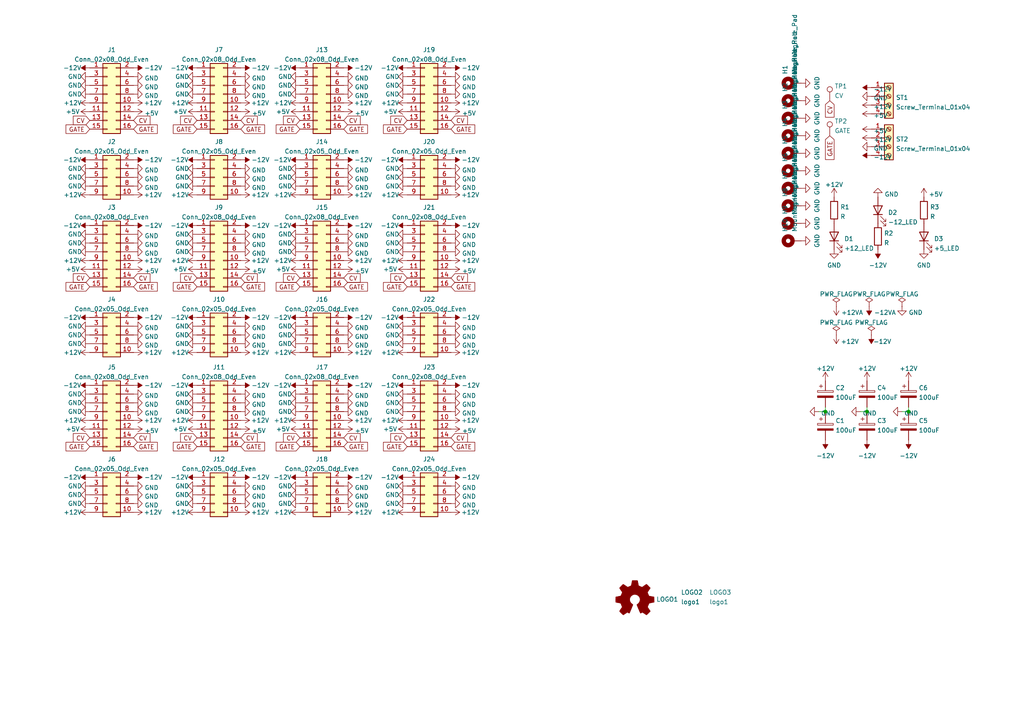
<source format=kicad_sch>
(kicad_sch (version 20211123) (generator eeschema)
  (paper "A4")
  (title_block (title "Eurorack Power Bus") (date "2022-02-08") (rev "v1.0") (company "RobotDialogs"))
  (junction (at 251.46 119.38))
  (junction (at 263.525 119.38))
  (junction (at 239.395 119.38))
  (wire (pts (xy 239.395 118.11) (xy 239.395 119.38)))
  (wire (pts (xy 237.49 119.38) (xy 239.395 119.38)))
  (wire (pts (xy 261.62 119.38) (xy 263.525 119.38)))
  (wire (pts (xy 239.395 119.38) (xy 239.395 120.015)))
  (wire (pts (xy 251.46 118.11) (xy 251.46 119.38)))
  (wire (pts (xy 249.555 119.38) (xy 251.46 119.38)))
  (wire (pts (xy 263.525 119.38) (xy 263.525 120.015)))
  (wire (pts (xy 263.525 118.11) (xy 263.525 119.38)))
  (wire (pts (xy 251.46 119.38) (xy 251.46 120.015)))
  (global_label "CV" (shape input) (at 130.81 34.925 0) (property "Intersheet References" "${INTERSHEET_REFS}" (effects hide)))
  (global_label "CV" (shape input) (at 69.85 127 0) (property "Intersheet References" "${INTERSHEET_REFS}" (effects hide)))
  (global_label "CV" (shape input) (at 99.695 34.925 0) (property "Intersheet References" "${INTERSHEET_REFS}" (effects hide)))
  (global_label "GATE" (shape input) (at 57.15 83.185 180) (property "Intersheet References" "${INTERSHEET_REFS}" (effects hide)))
  (global_label "CV" (shape input) (at 130.81 80.645 0) (property "Intersheet References" "${INTERSHEET_REFS}" (effects hide)))
  (global_label "CV" (shape input) (at 26.035 34.925 180) (property "Intersheet References" "${INTERSHEET_REFS}" (effects hide)))
  (global_label "GATE" (shape input) (at 99.695 37.465 0) (property "Intersheet References" "${INTERSHEET_REFS}" (effects hide)))
  (global_label "CV" (shape input) (at 57.15 34.925 180) (property "Intersheet References" "${INTERSHEET_REFS}" (effects hide)))
  (global_label "GATE" (shape input) (at 130.81 129.54 0) (property "Intersheet References" "${INTERSHEET_REFS}" (effects hide)))
  (global_label "CV" (shape input) (at 86.995 34.925 180) (property "Intersheet References" "${INTERSHEET_REFS}" (effects hide)))
  (global_label "GATE" (shape input) (at 38.735 37.465 0) (property "Intersheet References" "${INTERSHEET_REFS}" (effects hide)))
  (global_label "GATE" (shape input) (at 130.81 83.185 0) (property "Intersheet References" "${INTERSHEET_REFS}" (effects hide)))
  (global_label "CV" (shape input) (at 26.035 80.645 180) (property "Intersheet References" "${INTERSHEET_REFS}" (effects hide)))
  (global_label "GATE" (shape input) (at 38.735 83.185 0) (property "Intersheet References" "${INTERSHEET_REFS}" (effects hide)))
  (global_label "GATE" (shape input) (at 99.695 129.54 0) (property "Intersheet References" "${INTERSHEET_REFS}" (effects hide)))
  (global_label "CV" (shape input) (at 38.735 127 0) (property "Intersheet References" "${INTERSHEET_REFS}" (effects hide)))
  (global_label "GATE" (shape input) (at 86.995 37.465 180) (property "Intersheet References" "${INTERSHEET_REFS}" (effects hide)))
  (global_label "GATE" (shape input) (at 57.15 37.465 180) (property "Intersheet References" "${INTERSHEET_REFS}" (effects hide)))
  (global_label "CV" (shape input) (at 38.735 80.645 0) (property "Intersheet References" "${INTERSHEET_REFS}" (effects hide)))
  (global_label "CV" (shape input) (at 130.81 127 0) (property "Intersheet References" "${INTERSHEET_REFS}" (effects hide)))
  (global_label "CV" (shape input) (at 57.15 127 180) (property "Intersheet References" "${INTERSHEET_REFS}" (effects hide)))
  (global_label "CV" (shape input) (at 69.85 80.645 0) (property "Intersheet References" "${INTERSHEET_REFS}" (effects hide)))
  (global_label "CV" (shape input) (at 26.035 127 180) (property "Intersheet References" "${INTERSHEET_REFS}" (effects hide)))
  (global_label "CV" (shape input) (at 118.11 127 180) (property "Intersheet References" "${INTERSHEET_REFS}" (effects hide)))
  (global_label "CV" (shape input) (at 69.85 34.925 0) (property "Intersheet References" "${INTERSHEET_REFS}" (effects hide)))
  (global_label "CV" (shape input) (at 86.995 127 180) (property "Intersheet References" "${INTERSHEET_REFS}" (effects hide)))
  (global_label "GATE" (shape input) (at 240.665 39.37 270) (property "Intersheet References" "${INTERSHEET_REFS}" (effects hide)))
  (global_label "GATE" (shape input) (at 86.995 83.185 180) (property "Intersheet References" "${INTERSHEET_REFS}" (effects hide)))
  (global_label "GATE" (shape input) (at 69.85 37.465 0) (property "Intersheet References" "${INTERSHEET_REFS}" (effects hide)))
  (global_label "GATE" (shape input) (at 130.81 37.465 0) (property "Intersheet References" "${INTERSHEET_REFS}" (effects hide)))
  (global_label "CV" (shape input) (at 240.665 29.21 270) (property "Intersheet References" "${INTERSHEET_REFS}" (effects hide)))
  (global_label "GATE" (shape input) (at 26.035 83.185 180) (property "Intersheet References" "${INTERSHEET_REFS}" (effects hide)))
  (global_label "GATE" (shape input) (at 69.85 129.54 0) (property "Intersheet References" "${INTERSHEET_REFS}" (effects hide)))
  (global_label "GATE" (shape input) (at 99.695 83.185 0) (property "Intersheet References" "${INTERSHEET_REFS}" (effects hide)))
  (global_label "GATE" (shape input) (at 26.035 37.465 180) (property "Intersheet References" "${INTERSHEET_REFS}" (effects hide)))
  (global_label "GATE" (shape input) (at 118.11 37.465 180) (property "Intersheet References" "${INTERSHEET_REFS}" (effects hide)))
  (global_label "GATE" (shape input) (at 69.85 83.185 0) (property "Intersheet References" "${INTERSHEET_REFS}" (effects hide)))
  (global_label "GATE" (shape input) (at 38.735 129.54 0) (property "Intersheet References" "${INTERSHEET_REFS}" (effects hide)))
  (global_label "GATE" (shape input) (at 118.11 83.185 180) (property "Intersheet References" "${INTERSHEET_REFS}" (effects hide)))
  (global_label "CV" (shape input) (at 99.695 80.645 0) (property "Intersheet References" "${INTERSHEET_REFS}" (effects hide)))
  (global_label "GATE" (shape input) (at 86.995 129.54 180) (property "Intersheet References" "${INTERSHEET_REFS}" (effects hide)))
  (global_label "CV" (shape input) (at 86.995 80.645 180) (property "Intersheet References" "${INTERSHEET_REFS}" (effects hide)))
  (global_label "CV" (shape input) (at 57.15 80.645 180) (property "Intersheet References" "${INTERSHEET_REFS}" (effects hide)))
  (global_label "GATE" (shape input) (at 118.11 129.54 180) (property "Intersheet References" "${INTERSHEET_REFS}" (effects hide)))
  (global_label "CV" (shape input) (at 118.11 80.645 180) (property "Intersheet References" "${INTERSHEET_REFS}" (effects hide)))
  (global_label "CV" (shape input) (at 118.11 34.925 180) (property "Intersheet References" "${INTERSHEET_REFS}" (effects hide)))
  (global_label "CV" (shape input) (at 99.695 127 0) (property "Intersheet References" "${INTERSHEET_REFS}" (effects hide)))
  (global_label "CV" (shape input) (at 38.735 34.925 0) (property "Intersheet References" "${INTERSHEET_REFS}" (effects hide)))
  (global_label "GATE" (shape input) (at 26.035 129.54 180) (property "Intersheet References" "${INTERSHEET_REFS}" (effects hide)))
  (global_label "GATE" (shape input) (at 57.15 129.54 180) (property "Intersheet References" "${INTERSHEET_REFS}" (effects hide)))
  (symbol (lib_id "Device:C_Polarized") (at 239.395 123.825 0) (unit 1)
    (property "Reference" "C1" (at 242.316 122.0275 0) (effects (justify left)))
    (property "Value" "100uF" (at 242.316 124.8026 0) (effects (justify left)))
    (property "Footprint" "Capacitor_THT:CP_Radial_D5.0mm_P2.50mm" (effects hide))
  )
  (symbol (lib_id "power:GND") (at 86.995 99.695 270) (unit 1)
    (property "Reference" "#PWR0153" (effects hide))
    (property "Value" "GND" (at 80.645 99.695 90) (effects (justify left)))
  )
  (symbol (lib_id "power:GND") (at 26.035 114.3 270) (unit 1)
    (property "Reference" "#PWR024" (effects hide))
    (property "Value" "GND" (at 19.685 114.3 90) (effects (justify left)))
  )
  (symbol (lib_id "power:+12V") (at 26.035 75.565 90) (unit 1)
    (property "Reference" "#PWR016" (effects hide))
    (property "Value" "+12V" (at 18.415 75.565 90) (effects (justify right)))
  )
  (symbol (lib_id "power:+12V") (at 57.15 148.59 90) (unit 1)
    (property "Reference" "#PWR099" (effects hide))
    (property "Value" "+12V" (at 49.53 148.59 90) (effects (justify right)))
  )
  (symbol (lib_id "Connector_Generic:Conn_02x08_Odd_Even") (at 92.075 27.305 0) (unit 1)
    (property "Reference" "J13" (at 93.345 14.4485 0))
    (property "Value" "Conn_02x08_Odd_Even" (at 93.345 17.2236 0))
    (property "Footprint" "Connector_IDC:IDC-Header_2x08_P2.54mm_Vertical" (effects hide))
  )
  (symbol (lib_id "power:GND") (at 86.995 73.025 270) (unit 1)
    (property "Reference" "#PWR0147" (effects hide))
    (property "Value" "GND" (at 80.645 73.025 90) (effects (justify left)))
  )
  (symbol (lib_id "Connector_Generic:Conn_02x08_Odd_Even") (at 92.075 73.025 0) (unit 1)
    (property "Reference" "J15" (at 93.345 60.1685 0))
    (property "Value" "Conn_02x08_Odd_Even" (at 93.345 62.9436 0))
    (property "Footprint" "Connector_IDC:IDC-Header_2x08_P2.54mm_Vertical" (effects hide))
  )
  (symbol (lib_id "power:GND") (at 86.995 51.435 270) (unit 1)
    (property "Reference" "#PWR0141" (effects hide))
    (property "Value" "GND" (at 80.645 51.435 90) (effects (justify left)))
  )
  (symbol (lib_id "Device:R") (at 267.97 60.96 0) (unit 1)
    (property "Reference" "R3" (at 269.748 60.0515 0) (effects (justify left)))
    (property "Value" "R" (at 269.748 62.8266 0) (effects (justify left)))
    (property "Footprint" "Resistor_THT:R_Axial_DIN0204_L3.6mm_D1.6mm_P7.62mm_Horizontal" (effects hide))
  )
  (symbol (lib_id "power:GND") (at 86.995 94.615 270) (unit 1)
    (property "Reference" "#PWR0151" (effects hide))
    (property "Value" "GND" (at 80.645 94.615 90) (effects (justify left)))
  )
  (symbol (lib_id "power:+12V") (at 38.735 148.59 270) (unit 1)
    (property "Reference" "#PWR066" (effects hide))
    (property "Value" "+12V" (at 46.99 148.59 90) (effects (justify right)))
  )
  (symbol (lib_id "power:GND") (at 57.15 99.695 270) (unit 1)
    (property "Reference" "#PWR087" (effects hide))
    (property "Value" "GND" (at 50.8 99.695 90) (effects (justify left)))
  )
  (symbol (lib_id "power:-12V") (at 251.46 127.635 180) (unit 1)
    (property "Reference" "#PWR0270" (effects hide))
    (property "Value" "-12V" (at 251.46 132.1975 0))
  )
  (symbol (lib_id "power:+5V") (at 118.11 78.105 90) (unit 1)
    (property "Reference" "#PWR0215" (effects hide))
    (property "Value" "+5V" (at 111.125 78.105 90) (effects (justify right)))
  )
  (symbol (lib_id "power:-12V") (at 239.395 127.635 180) (unit 1)
    (property "Reference" "#PWR0267" (effects hide))
    (property "Value" "-12V" (at 239.395 132.1975 0))
  )
  (symbol (lib_id "power:-12V") (at 69.85 65.405 270) (unit 1)
    (property "Reference" "#PWR0111" (effects hide))
    (property "Value" "-12V" (at 75.565 65.405 90))
  )
  (symbol (lib_id "power:-12V") (at 57.15 111.76 90) (unit 1)
    (property "Reference" "#PWR089" (effects hide))
    (property "Value" "-12V" (at 52.07 111.76 90))
  )
  (symbol (lib_id "power:+5V") (at 99.695 78.105 270) (unit 1)
    (property "Reference" "#PWR0182" (effects hide))
    (property "Value" "+5V" (at 102.87 78.584 90) (effects (justify left)))
  )
  (symbol (lib_id "power:-12V") (at 26.035 111.76 90) (unit 1)
    (property "Reference" "#PWR023" (effects hide))
    (property "Value" "-12V" (at 20.955 111.76 90))
  )
  (symbol (lib_id "power:-12V") (at 99.695 111.76 270) (unit 1)
    (property "Reference" "#PWR0188" (effects hide))
    (property "Value" "-12V" (at 105.41 111.76 90))
  )
  (symbol (lib_id "power:-12V") (at 130.81 19.685 270) (unit 1)
    (property "Reference" "#PWR0232" (effects hide))
    (property "Value" "-12V" (at 136.525 19.685 90))
  )
  (symbol (lib_id "power:-12V") (at 99.695 92.075 270) (unit 1)
    (property "Reference" "#PWR0183" (effects hide))
    (property "Value" "-12V" (at 105.41 92.075 90))
  )
  (symbol (lib_id "power:GND") (at 118.11 143.51 270) (unit 1)
    (property "Reference" "#PWR0229" (effects hide))
    (property "Value" "GND" (at 111.76 143.51 90) (effects (justify left)))
  )
  (symbol (lib_id "Device:C_Polarized") (at 263.525 123.825 0) (unit 1)
    (property "Reference" "C5" (at 266.446 122.0275 0) (effects (justify left)))
    (property "Value" "100uF" (at 266.446 124.8026 0) (effects (justify left)))
    (property "Footprint" "Capacitor_THT:CP_Radial_D5.0mm_P2.50mm" (effects hide))
  )
  (symbol (lib_id "power:GND") (at 86.995 27.305 270) (unit 1)
    (property "Reference" "#PWR0136" (effects hide))
    (property "Value" "GND" (at 80.645 27.305 90) (effects (justify left)))
  )
  (symbol (lib_id "power:GND") (at 118.11 70.485 270) (unit 1)
    (property "Reference" "#PWR0212" (effects hide))
    (property "Value" "GND" (at 111.76 70.485 90) (effects (justify left)))
  )
  (symbol (lib_id "power:GND") (at 118.11 116.84 270) (unit 1)
    (property "Reference" "#PWR0223" (effects hide))
    (property "Value" "GND" (at 111.76 116.84 90) (effects (justify left)))
  )
  (symbol (lib_id "Connector_Generic:Conn_02x05_Odd_Even") (at 123.19 51.435 0) (unit 1)
    (property "Reference" "J20" (at 124.46 41.1185 0))
    (property "Value" "Conn_02x05_Odd_Even" (at 124.46 43.8936 0))
    (property "Footprint" "Connector_IDC:IDC-Header_2x05_P2.54mm_Vertical" (effects hide))
  )
  (symbol (lib_id "power:GND") (at 38.735 99.695 90) (unit 1)
    (property "Reference" "#PWR054" (effects hide))
    (property "Value" "GND" (at 41.91 100.174 90) (effects (justify right)))
  )
  (symbol (lib_id "power:+12V") (at 26.035 56.515 90) (unit 1)
    (property "Reference" "#PWR011" (effects hide))
    (property "Value" "+12V" (at 18.415 56.515 90) (effects (justify right)))
  )
  (symbol (lib_id "power:GND") (at 86.995 48.895 270) (unit 1)
    (property "Reference" "#PWR0140" (effects hide))
    (property "Value" "GND" (at 80.645 48.895 90) (effects (justify left)))
  )
  (symbol (lib_id "power:GND") (at 26.035 53.975 270) (unit 1)
    (property "Reference" "#PWR010" (effects hide))
    (property "Value" "GND" (at 19.685 53.975 90) (effects (justify left)))
  )
  (symbol (lib_id "power:GND") (at 57.15 70.485 270) (unit 1)
    (property "Reference" "#PWR080" (effects hide))
    (property "Value" "GND" (at 50.8 70.485 90) (effects (justify left)))
  )
  (symbol (lib_id "power:GND") (at 118.11 48.895 270) (unit 1)
    (property "Reference" "#PWR0206" (effects hide))
    (property "Value" "GND" (at 111.76 48.895 90) (effects (justify left)))
  )
  (symbol (lib_id "power:+12V") (at 130.81 56.515 270) (unit 1)
    (property "Reference" "#PWR0242" (effects hide))
    (property "Value" "+12V" (at 139.065 56.515 90) (effects (justify right)))
  )
  (symbol (lib_id "power:-12V") (at 57.15 138.43 90) (unit 1)
    (property "Reference" "#PWR095" (effects hide))
    (property "Value" "-12V" (at 52.07 138.43 90))
  )
  (symbol (lib_id "power:-12V") (at 26.035 92.075 90) (unit 1)
    (property "Reference" "#PWR018" (effects hide))
    (property "Value" "-12V" (at 20.955 92.075 90))
  )
  (symbol (lib_id "Connector:TestPoint") (at 240.665 29.21 0) (unit 1)
    (property "Reference" "TP1" (at 242.062 24.9995 0) (effects (justify left)))
    (property "Value" "CV" (at 242.062 27.7746 0) (effects (justify left)))
    (property "Footprint" "TestPoint:TestPoint_THTPad_D2.5mm_Drill1.2mm" (effects hide))
  )
  (symbol (lib_id "power:GND") (at 69.85 116.84 90) (unit 1)
    (property "Reference" "#PWR0124" (effects hide))
    (property "Value" "GND" (at 73.025 117.319 90) (effects (justify right)))
  )
  (symbol (lib_id "power:GND") (at 130.81 146.05 90) (unit 1)
    (property "Reference" "#PWR0263" (effects hide))
    (property "Value" "GND" (at 133.985 146.529 90) (effects (justify right)))
  )
  (symbol (lib_id "power:-12VA") (at 252.095 88.9 180) (unit 1)
    (property "Reference" "#PWR0292" (effects hide))
    (property "Value" "-12VA" (at 253.492 90.649 0) (effects (justify right)))
  )
  (symbol (lib_id "power:+12V") (at 69.85 102.235 270) (unit 1)
    (property "Reference" "#PWR0121" (effects hide))
    (property "Value" "+12V" (at 78.105 102.235 90) (effects (justify right)))
  )
  (symbol (lib_id "power:+12V") (at 118.11 29.845 90) (unit 1)
    (property "Reference" "#PWR0203" (effects hide))
    (property "Value" "+12V" (at 110.49 29.845 90) (effects (justify right)))
  )
  (symbol (lib_id "power:+12V") (at 26.035 102.235 90) (unit 1)
    (property "Reference" "#PWR022" (effects hide))
    (property "Value" "+12V" (at 18.415 102.235 90) (effects (justify right)))
  )
  (symbol (lib_id "power:+5V") (at 252.73 37.465 90) (unit 1)
    (property "Reference" "#PWR0297" (effects hide))
    (property "Value" "+5V" (at 253.365 37.944 90) (effects (justify right)))
  )
  (symbol (lib_id "power:-12V") (at 118.11 111.76 90) (unit 1)
    (property "Reference" "#PWR0221" (effects hide))
    (property "Value" "-12V" (at 113.03 111.76 90))
  )
  (symbol (lib_id "power:GND") (at 57.15 24.765 270) (unit 1)
    (property "Reference" "#PWR069" (effects hide))
    (property "Value" "GND" (at 50.8 24.765 90) (effects (justify left)))
  )
  (symbol (lib_id "power:-12V") (at 86.995 46.355 90) (unit 1)
    (property "Reference" "#PWR0139" (effects hide))
    (property "Value" "-12V" (at 81.915 46.355 90))
  )
  (symbol (lib_id "power:GND") (at 57.15 48.895 270) (unit 1)
    (property "Reference" "#PWR074" (effects hide))
    (property "Value" "GND" (at 50.8 48.895 90) (effects (justify left)))
  )
  (symbol (lib_id "power:GND") (at 232.41 29.21 90) (unit 1)
    (property "Reference" "#PWR0273" (effects hide))
    (property "Value" "GND" (at 236.9725 29.21 0))
  )
  (symbol (lib_id "power:GND") (at 69.85 114.3 90) (unit 1)
    (property "Reference" "#PWR0123" (effects hide))
    (property "Value" "GND" (at 73.025 114.779 90) (effects (justify right)))
  )
  (symbol (lib_id "power:+5V") (at 57.15 124.46 90) (unit 1)
    (property "Reference" "#PWR094" (effects hide))
    (property "Value" "+5V" (at 50.165 124.46 90) (effects (justify right)))
  )
  (symbol (lib_id "Connector_Generic:Conn_02x08_Odd_Even") (at 31.115 73.025 0) (unit 1)
    (property "Reference" "J3" (at 32.385 60.1685 0))
    (property "Value" "Conn_02x08_Odd_Even" (at 32.385 62.9436 0))
    (property "Footprint" "Connector_IDC:IDC-Header_2x08_P2.54mm_Vertical" (effects hide))
  )
  (symbol (lib_id "Connector_Generic:Conn_02x05_Odd_Even") (at 92.075 97.155 0) (unit 1)
    (property "Reference" "J16" (at 93.345 86.8385 0))
    (property "Value" "Conn_02x05_Odd_Even" (at 93.345 89.6136 0))
    (property "Footprint" "Connector_IDC:IDC-Header_2x05_P2.54mm_Vertical" (effects hide))
  )
  (symbol (lib_id "power:GND") (at 267.97 72.39 0) (unit 1)
    (property "Reference" "#PWR0310" (effects hide))
    (property "Value" "GND" (at 267.97 76.9525 0))
  )
  (symbol (lib_id "power:+12V") (at 130.81 102.235 270) (unit 1)
    (property "Reference" "#PWR0253" (effects hide))
    (property "Value" "+12V" (at 139.065 102.235 90) (effects (justify right)))
  )
  (symbol (lib_id "power:GND") (at 69.85 146.05 90) (unit 1)
    (property "Reference" "#PWR0131" (effects hide))
    (property "Value" "GND" (at 73.025 146.529 90) (effects (justify right)))
  )
  (symbol (lib_id "power:+12V") (at 263.525 110.49 0) (unit 1)
    (property "Reference" "#PWR0282" (effects hide))
    (property "Value" "+12V" (at 263.525 106.8855 0))
  )
  (symbol (lib_id "power:+5V") (at 38.735 78.105 270) (unit 1)
    (property "Reference" "#PWR050" (effects hide))
    (property "Value" "+5V" (at 41.91 78.584 90) (effects (justify left)))
  )
  (symbol (lib_id "Connector_Generic:Conn_02x08_Odd_Even") (at 62.23 73.025 0) (unit 1)
    (property "Reference" "J9" (at 63.5 60.1685 0))
    (property "Value" "Conn_02x08_Odd_Even" (at 63.5 62.9436 0))
    (property "Footprint" "Connector_IDC:IDC-Header_2x08_P2.54mm_Vertical" (effects hide))
  )
  (symbol (lib_id "power:+12V") (at 118.11 56.515 90) (unit 1)
    (property "Reference" "#PWR0209" (effects hide))
    (property "Value" "+12V" (at 110.49 56.515 90) (effects (justify right)))
  )
  (symbol (lib_id "power:+5V") (at 99.695 32.385 270) (unit 1)
    (property "Reference" "#PWR0171" (effects hide))
    (property "Value" "+5V" (at 102.87 32.864 90) (effects (justify left)))
  )
  (symbol (lib_id "power:GND") (at 38.735 27.305 90) (unit 1)
    (property "Reference" "#PWR037" (effects hide))
    (property "Value" "GND" (at 41.91 27.784 90) (effects (justify right)))
  )
  (symbol (lib_id "My Stuff:Logo_Open_Hardware_Small") (at 184.15 173.99 0) (unit 1)
    (property "Reference" "LOGO1" (at 190.3476 173.834 0) (effects (justify left)))
    (property "Value" "Logo_Open_Hardware_Small" (effects hide))
    (property "Footprint" "Symbol:OSHW-Symbol_6.7x6mm_SilkScreen" (effects hide))
  )
  (symbol (lib_id "power:GND") (at 38.735 70.485 90) (unit 1)
    (property "Reference" "#PWR047" (effects hide))
    (property "Value" "GND" (at 41.91 70.964 90) (effects (justify right)))
  )
  (symbol (lib_id "power:+12V") (at 99.695 29.845 270) (unit 1)
    (property "Reference" "#PWR0170" (effects hide))
    (property "Value" "+12V" (at 107.95 29.845 90) (effects (justify right)))
  )
  (symbol (lib_id "Connector_Generic:Conn_02x08_Odd_Even") (at 123.19 119.38 0) (unit 1)
    (property "Reference" "J23" (at 124.46 106.5235 0))
    (property "Value" "Conn_02x08_Odd_Even" (at 124.46 109.2986 0))
    (property "Footprint" "Connector_IDC:IDC-Header_2x08_P2.54mm_Vertical" (effects hide))
  )
  (symbol (lib_id "power:+12V") (at 69.85 29.845 270) (unit 1)
    (property "Reference" "#PWR0104" (effects hide))
    (property "Value" "+12V" (at 78.105 29.845 90) (effects (justify right)))
  )
  (symbol (lib_id "power:+5V") (at 38.735 124.46 270) (unit 1)
    (property "Reference" "#PWR061" (effects hide))
    (property "Value" "+5V" (at 41.91 124.939 90) (effects (justify left)))
  )
  (symbol (lib_id "power:GND") (at 118.11 94.615 270) (unit 1)
    (property "Reference" "#PWR0217" (effects hide))
    (property "Value" "GND" (at 111.76 94.615 90) (effects (justify left)))
  )
  (symbol (lib_id "power:+5V") (at 38.735 32.385 270) (unit 1)
    (property "Reference" "#PWR039" (effects hide))
    (property "Value" "+5V" (at 41.91 32.864 90) (effects (justify left)))
  )
  (symbol (lib_id "Connector_Generic:Conn_02x08_Odd_Even") (at 62.23 27.305 0) (unit 1)
    (property "Reference" "J7" (at 63.5 14.4485 0))
    (property "Value" "Conn_02x08_Odd_Even" (at 63.5 17.2236 0))
    (property "Footprint" "Connector_IDC:IDC-Header_2x08_P2.54mm_Vertical" (effects hide))
  )
  (symbol (lib_id "power:+5V") (at 69.85 124.46 270) (unit 1)
    (property "Reference" "#PWR0127" (effects hide))
    (property "Value" "+5V" (at 73.025 124.939 90) (effects (justify left)))
  )
  (symbol (lib_id "power:GND") (at 57.15 146.05 270) (unit 1)
    (property "Reference" "#PWR098" (effects hide))
    (property "Value" "GND" (at 50.8 146.05 90) (effects (justify left)))
  )
  (symbol (lib_id "power:GND") (at 99.695 67.945 90) (unit 1)
    (property "Reference" "#PWR0178" (effects hide))
    (property "Value" "GND" (at 102.87 68.424 90) (effects (justify right)))
  )
  (symbol (lib_id "power:GND") (at 130.81 99.695 90) (unit 1)
    (property "Reference" "#PWR0252" (effects hide))
    (property "Value" "GND" (at 133.985 100.174 90) (effects (justify right)))
  )
  (symbol (lib_id "power:GND") (at 69.85 27.305 90) (unit 1)
    (property "Reference" "#PWR0103" (effects hide))
    (property "Value" "GND" (at 73.025 27.784 90) (effects (justify right)))
  )
  (symbol (lib_id "power:GND") (at 57.15 97.155 270) (unit 1)
    (property "Reference" "#PWR086" (effects hide))
    (property "Value" "GND" (at 50.8 97.155 90) (effects (justify left)))
  )
  (symbol (lib_id "power:GND") (at 26.035 73.025 270) (unit 1)
    (property "Reference" "#PWR015" (effects hide))
    (property "Value" "GND" (at 19.685 73.025 90) (effects (justify left)))
  )
  (symbol (lib_id "power:GND") (at 118.11 97.155 270) (unit 1)
    (property "Reference" "#PWR0218" (effects hide))
    (property "Value" "GND" (at 111.76 97.155 90) (effects (justify left)))
  )
  (symbol (lib_id "power:+12V") (at 239.395 110.49 0) (unit 1)
    (property "Reference" "#PWR0266" (effects hide))
    (property "Value" "+12V" (at 239.395 106.8855 0))
  )
  (symbol (lib_id "power:-12V") (at 118.11 46.355 90) (unit 1)
    (property "Reference" "#PWR0205" (effects hide))
    (property "Value" "-12V" (at 113.03 46.355 90))
  )
  (symbol (lib_id "power:+12V") (at 130.81 148.59 270) (unit 1)
    (property "Reference" "#PWR0264" (effects hide))
    (property "Value" "+12V" (at 139.065 148.59 90) (effects (justify right)))
  )
  (symbol (lib_id "power:+5V") (at 252.73 33.02 90) (unit 1)
    (property "Reference" "#PWR0296" (effects hide))
    (property "Value" "+5V" (at 253.365 33.499 90) (effects (justify right)))
  )
  (symbol (lib_id "power:-12V") (at 252.73 97.155 180) (unit 1)
    (property "Reference" "#PWR0301" (effects hide))
    (property "Value" "-12V" (at 255.905 99.06 0))
  )
  (symbol (lib_id "power:GND") (at 86.995 119.38 270) (unit 1)
    (property "Reference" "#PWR0158" (effects hide))
    (property "Value" "GND" (at 80.645 119.38 90) (effects (justify left)))
  )
  (symbol (lib_id "power:+12V") (at 130.81 121.92 270) (unit 1)
    (property "Reference" "#PWR0258" (effects hide))
    (property "Value" "+12V" (at 139.065 121.92 90) (effects (justify right)))
  )
  (symbol (lib_id "power:+12V") (at 69.85 121.92 270) (unit 1)
    (property "Reference" "#PWR0126" (effects hide))
    (property "Value" "+12V" (at 78.105 121.92 90) (effects (justify right)))
  )
  (symbol (lib_id "Mechanical:MountingHole_Pad") (at 229.87 34.29 90) (unit 1)
    (property "Reference" "H3" (at 227.6915 31.75 0) (effects (justify left)))
    (property "Value" "MountingHole_Pad" (at 230.4666 31.75 0) (effects (justify left)))
    (property "Footprint" "MountingHole:MountingHole_3.5mm_Pad_TopBottom" (effects hide))
  )
  (symbol (lib_id "power:GND") (at 38.735 51.435 90) (unit 1)
    (property "Reference" "#PWR042" (effects hide))
    (property "Value" "GND" (at 41.91 51.914 90) (effects (justify right)))
  )
  (symbol (lib_id "power:PWR_FLAG") (at 242.57 97.155 0) (unit 1)
    (property "Reference" "#FLG02" (effects hide))
    (property "Value" "PWR_FLAG" (at 242.57 93.5505 0))
  )
  (symbol (lib_id "Device:C_Polarized") (at 251.46 123.825 0) (unit 1)
    (property "Reference" "C3" (at 254.381 122.0275 0) (effects (justify left)))
    (property "Value" "100uF" (at 254.381 124.8026 0) (effects (justify left)))
    (property "Footprint" "Capacitor_THT:CP_Radial_D5.0mm_P2.50mm" (effects hide))
  )
  (symbol (lib_id "power:+5V") (at 57.15 78.105 90) (unit 1)
    (property "Reference" "#PWR083" (effects hide))
    (property "Value" "+5V" (at 50.165 78.105 90) (effects (justify right)))
  )
  (symbol (lib_id "power:GND") (at 86.995 116.84 270) (unit 1)
    (property "Reference" "#PWR0157" (effects hide))
    (property "Value" "GND" (at 80.645 116.84 90) (effects (justify left)))
  )
  (symbol (lib_id "power:GND") (at 38.735 24.765 90) (unit 1)
    (property "Reference" "#PWR036" (effects hide))
    (property "Value" "GND" (at 41.91 25.244 90) (effects (justify right)))
  )
  (symbol (lib_id "power:GND") (at 130.81 48.895 90) (unit 1)
    (property "Reference" "#PWR0239" (effects hide))
    (property "Value" "GND" (at 133.985 49.374 90) (effects (justify right)))
  )
  (symbol (lib_id "power:GND") (at 69.85 70.485 90) (unit 1)
    (property "Reference" "#PWR0113" (effects hide))
    (property "Value" "GND" (at 73.025 70.964 90) (effects (justify right)))
  )
  (symbol (lib_id "power:GND") (at 130.81 143.51 90) (unit 1)
    (property "Reference" "#PWR0262" (effects hide))
    (property "Value" "GND" (at 133.985 143.989 90) (effects (justify right)))
  )
  (symbol (lib_id "power:+5V") (at 69.85 32.385 270) (unit 1)
    (property "Reference" "#PWR0105" (effects hide))
    (property "Value" "+5V" (at 73.025 32.864 90) (effects (justify left)))
  )
  (symbol (lib_id "power:GND") (at 118.11 22.225 270) (unit 1)
    (property "Reference" "#PWR0200" (effects hide))
    (property "Value" "GND" (at 111.76 22.225 90) (effects (justify left)))
  )
  (symbol (lib_id "power:GND") (at 38.735 114.3 90) (unit 1)
    (property "Reference" "#PWR057" (effects hide))
    (property "Value" "GND" (at 41.91 114.779 90) (effects (justify right)))
  )
  (symbol (lib_id "power:GND") (at 38.735 143.51 90) (unit 1)
    (property "Reference" "#PWR064" (effects hide))
    (property "Value" "GND" (at 41.91 143.989 90) (effects (justify right)))
  )
  (symbol (lib_id "power:-12V") (at 38.735 138.43 270) (unit 1)
    (property "Reference" "#PWR062" (effects hide))
    (property "Value" "-12V" (at 44.45 138.43 90))
  )
  (symbol (lib_id "power:GND") (at 26.035 116.84 270) (unit 1)
    (property "Reference" "#PWR025" (effects hide))
    (property "Value" "GND" (at 19.685 116.84 90) (effects (justify left)))
  )
  (symbol (lib_id "power:GND") (at 130.81 70.485 90) (unit 1)
    (property "Reference" "#PWR0245" (effects hide))
    (property "Value" "GND" (at 133.985 70.964 90) (effects (justify right)))
  )
  (symbol (lib_id "power:GND") (at 69.85 94.615 90) (unit 1)
    (property "Reference" "#PWR0118" (effects hide))
    (property "Value" "GND" (at 73.025 95.094 90) (effects (justify right)))
  )
  (symbol (lib_id "power:GND") (at 38.735 119.38 90) (unit 1)
    (property "Reference" "#PWR059" (effects hide))
    (property "Value" "GND" (at 41.91 119.859 90) (effects (justify right)))
  )
  (symbol (lib_id "power:+12V") (at 241.935 57.15 0) (unit 1)
    (property "Reference" "#PWR0285" (effects hide))
    (property "Value" "+12V" (at 241.935 53.5455 0))
  )
  (symbol (lib_id "Mechanical:MountingHole_Pad") (at 229.87 29.21 90) (unit 1)
    (property "Reference" "H2" (at 227.6915 26.67 0) (effects (justify left)))
    (property "Value" "MountingHole_Pad" (at 230.4666 26.67 0) (effects (justify left)))
    (property "Footprint" "MountingHole:MountingHole_3.5mm_Pad_TopBottom" (effects hide))
  )
  (symbol (lib_id "power:GND") (at 118.11 67.945 270) (unit 1)
    (property "Reference" "#PWR0211" (effects hide))
    (property "Value" "GND" (at 111.76 67.945 90) (effects (justify left)))
  )
  (symbol (lib_id "Device:R") (at 241.935 60.96 0) (unit 1)
    (property "Reference" "R1" (at 243.713 60.0515 0) (effects (justify left)))
    (property "Value" "R" (at 243.713 62.8266 0) (effects (justify left)))
    (property "Footprint" "Resistor_THT:R_Axial_DIN0204_L3.6mm_D1.6mm_P7.62mm_Horizontal" (effects hide))
  )
  (symbol (lib_id "power:GND") (at 38.735 53.975 90) (unit 1)
    (property "Reference" "#PWR043" (effects hide))
    (property "Value" "GND" (at 41.91 54.454 90) (effects (justify right)))
  )
  (symbol (lib_id "power:GND") (at 99.695 140.97 90) (unit 1)
    (property "Reference" "#PWR0195" (effects hide))
    (property "Value" "GND" (at 102.87 141.449 90) (effects (justify right)))
  )
  (symbol (lib_id "power:+5V") (at 130.81 32.385 270) (unit 1)
    (property "Reference" "#PWR0237" (effects hide))
    (property "Value" "+5V" (at 133.985 32.864 90) (effects (justify left)))
  )
  (symbol (lib_id "power:GND") (at 57.15 119.38 270) (unit 1)
    (property "Reference" "#PWR092" (effects hide))
    (property "Value" "GND" (at 50.8 119.38 90) (effects (justify left)))
  )
  (symbol (lib_id "power:+5V") (at 26.035 124.46 90) (unit 1)
    (property "Reference" "#PWR028" (effects hide))
    (property "Value" "+5V" (at 19.05 124.46 90) (effects (justify right)))
  )
  (symbol (lib_id "Connector:Screw_Terminal_01x04") (at 257.81 40.005 0) (unit 1)
    (property "Reference" "ST2" (at 259.842 40.3665 0) (effects (justify left)))
    (property "Value" "Screw_Terminal_01x04" (at 259.842 43.1416 0) (effects (justify left)))
    (property "Footprint" "TerminalBlock_Phoenix:TerminalBlock_Phoenix_MKDS-1,5-4_1x04_P5.00mm_Horizontal" (effects hide))
  )
  (symbol (lib_id "power:+12V") (at 99.695 56.515 270) (unit 1)
    (property "Reference" "#PWR0176" (effects hide))
    (property "Value" "+12V" (at 107.95 56.515 90) (effects (justify right)))
  )
  (symbol (lib_id "power:GND") (at 99.695 146.05 90) (unit 1)
    (property "Reference" "#PWR0197" (effects hide))
    (property "Value" "GND" (at 102.87 146.529 90) (effects (justify right)))
  )
  (symbol (lib_id "power:GND") (at 26.035 24.765 270) (unit 1)
    (property "Reference" "#PWR03" (effects hide))
    (property "Value" "GND" (at 19.685 24.765 90) (effects (justify left)))
  )
  (symbol (lib_id "power:GND") (at 26.035 119.38 270) (unit 1)
    (property "Reference" "#PWR026" (effects hide))
    (property "Value" "GND" (at 19.685 119.38 90) (effects (justify left)))
  )
  (symbol (lib_id "power:+12V") (at 251.46 110.49 0) (unit 1)
    (property "Reference" "#PWR0269" (effects hide))
    (property "Value" "+12V" (at 251.46 106.8855 0))
  )
  (symbol (lib_id "power:GND") (at 26.035 146.05 270) (unit 1)
    (property "Reference" "#PWR032" (effects hide))
    (property "Value" "GND" (at 19.685 146.05 90) (effects (justify left)))
  )
  (symbol (lib_id "power:GND") (at 69.85 119.38 90) (unit 1)
    (property "Reference" "#PWR0125" (effects hide))
    (property "Value" "GND" (at 73.025 119.859 90) (effects (justify right)))
  )
  (symbol (lib_id "power:-12V") (at 57.15 92.075 90) (unit 1)
    (property "Reference" "#PWR084" (effects hide))
    (property "Value" "-12V" (at 52.07 92.075 90))
  )
  (symbol (lib_id "power:+12V") (at 38.735 29.845 270) (unit 1)
    (property "Reference" "#PWR038" (effects hide))
    (property "Value" "+12V" (at 46.99 29.845 90) (effects (justify right)))
  )
  (symbol (lib_id "power:+12V") (at 130.81 29.845 270) (unit 1)
    (property "Reference" "#PWR0236" (effects hide))
    (property "Value" "+12V" (at 139.065 29.845 90) (effects (justify right)))
  )
  (symbol (lib_id "power:GND") (at 69.85 143.51 90) (unit 1)
    (property "Reference" "#PWR0130" (effects hide))
    (property "Value" "GND" (at 73.025 143.989 90) (effects (justify right)))
  )
  (symbol (lib_id "power:GND") (at 254.635 57.15 180) (unit 1)
    (property "Reference" "#PWR0302" (effects hide))
    (property "Value" "GND" (at 256.54 56.359 0) (effects (justify right)))
  )
  (symbol (lib_id "power:+12V") (at 242.57 97.155 180) (unit 1)
    (property "Reference" "#PWR0288" (effects hide))
    (property "Value" "+12V" (at 243.84 99.06 0) (effects (justify right)))
  )
  (symbol (lib_id "power:GND") (at 57.15 27.305 270) (unit 1)
    (property "Reference" "#PWR070" (effects hide))
    (property "Value" "GND" (at 50.8 27.305 90) (effects (justify left)))
  )
  (symbol (lib_id "power:GND") (at 252.73 42.545 270) (unit 1)
    (property "Reference" "#PWR0299" (effects hide))
    (property "Value" "GND" (at 253.365 43.024 90) (effects (justify left)))
  )
  (symbol (lib_id "power:GND") (at 38.735 73.025 90) (unit 1)
    (property "Reference" "#PWR048" (effects hide))
    (property "Value" "GND" (at 41.91 73.504 90) (effects (justify right)))
  )
  (symbol (lib_id "power:GND") (at 69.85 97.155 90) (unit 1)
    (property "Reference" "#PWR0119" (effects hide))
    (property "Value" "GND" (at 73.025 97.634 90) (effects (justify right)))
  )
  (symbol (lib_id "power:GND") (at 86.995 22.225 270) (unit 1)
    (property "Reference" "#PWR0134" (effects hide))
    (property "Value" "GND" (at 80.645 22.225 90) (effects (justify left)))
  )
  (symbol (lib_id "power:GND") (at 99.695 22.225 90) (unit 1)
    (property "Reference" "#PWR0167" (effects hide))
    (property "Value" "GND" (at 102.87 22.704 90) (effects (justify right)))
  )
  (symbol (lib_id "power:GND") (at 99.695 48.895 90) (unit 1)
    (property "Reference" "#PWR0173" (effects hide))
    (property "Value" "GND" (at 102.87 49.374 90) (effects (justify right)))
  )
  (symbol (lib_id "power:+5V") (at 26.035 32.385 90) (unit 1)
    (property "Reference" "#PWR06" (effects hide))
    (property "Value" "+5V" (at 19.05 32.385 90) (effects (justify right)))
  )
  (symbol (lib_id "power:+12V") (at 57.15 29.845 90) (unit 1)
    (property "Reference" "#PWR071" (effects hide))
    (property "Value" "+12V" (at 49.53 29.845 90) (effects (justify right)))
  )
  (symbol (lib_id "power:+12V") (at 99.695 121.92 270) (unit 1)
    (property "Reference" "#PWR0192" (effects hide))
    (property "Value" "+12V" (at 107.95 121.92 90) (effects (justify right)))
  )
  (symbol (lib_id "power:GND") (at 99.695 116.84 90) (unit 1)
    (property "Reference" "#PWR0190" (effects hide))
    (property "Value" "GND" (at 102.87 117.319 90) (effects (justify right)))
  )
  (symbol (lib_id "power:+12VA") (at 242.57 88.9 180) (unit 1)
    (property "Reference" "#PWR0287" (effects hide))
    (property "Value" "+12VA" (at 243.967 90.649 0) (effects (justify right)))
  )
  (symbol (lib_id "Connector:Screw_Terminal_01x04") (at 257.81 27.94 0) (unit 1)
    (property "Reference" "ST1" (at 259.842 28.3015 0) (effects (justify left)))
    (property "Value" "Screw_Terminal_01x04" (at 259.842 31.0766 0) (effects (justify left)))
    (property "Footprint" "TerminalBlock_Phoenix:TerminalBlock_Phoenix_MKDS-1,5-4_1x04_P5.00mm_Horizontal" (effects hide))
  )
  (symbol (lib_id "power:-12V") (at 118.11 138.43 90) (unit 1)
    (property "Reference" "#PWR0227" (effects hide))
    (property "Value" "-12V" (at 113.03 138.43 90))
  )
  (symbol (lib_id "power:GND") (at 99.695 24.765 90) (unit 1)
    (property "Reference" "#PWR0168" (effects hide))
    (property "Value" "GND" (at 102.87 25.244 90) (effects (justify right)))
  )
  (symbol (lib_id "power:GND") (at 232.41 54.61 90) (unit 1)
    (property "Reference" "#PWR0278" (effects hide))
    (property "Value" "GND" (at 236.9725 54.61 0))
  )
  (symbol (lib_id "power:GND") (at 118.11 73.025 270) (unit 1)
    (property "Reference" "#PWR0213" (effects hide))
    (property "Value" "GND" (at 111.76 73.025 90) (effects (justify left)))
  )
  (symbol (lib_id "Connector_Generic:Conn_02x05_Odd_Even") (at 62.23 51.435 0) (unit 1)
    (property "Reference" "J8" (at 63.5 41.1185 0))
    (property "Value" "Conn_02x05_Odd_Even" (at 63.5 43.8936 0))
    (property "Footprint" "Connector_IDC:IDC-Header_2x05_P2.54mm_Vertical" (effects hide))
  )
  (symbol (lib_id "power:GND") (at 118.11 114.3 270) (unit 1)
    (property "Reference" "#PWR0222" (effects hide))
    (property "Value" "GND" (at 111.76 114.3 90) (effects (justify left)))
  )
  (symbol (lib_id "power:GND") (at 26.035 27.305 270) (unit 1)
    (property "Reference" "#PWR04" (effects hide))
    (property "Value" "GND" (at 19.685 27.305 90) (effects (justify left)))
  )
  (symbol (lib_id "power:GND") (at 130.81 94.615 90) (unit 1)
    (property "Reference" "#PWR0250" (effects hide))
    (property "Value" "GND" (at 133.985 95.094 90) (effects (justify right)))
  )
  (symbol (lib_id "power:PWR_FLAG") (at 261.62 88.9 0) (unit 1)
    (property "Reference" "#FLG05" (effects hide))
    (property "Value" "PWR_FLAG" (at 261.62 85.2955 0))
  )
  (symbol (lib_id "power:-12V") (at 38.735 111.76 270) (unit 1)
    (property "Reference" "#PWR056" (effects hide))
    (property "Value" "-12V" (at 44.45 111.76 90))
  )
  (symbol (lib_id "power:GND") (at 99.695 27.305 90) (unit 1)
    (property "Reference" "#PWR0169" (effects hide))
    (property "Value" "GND" (at 102.87 27.784 90) (effects (justify right)))
  )
  (symbol (lib_id "Mechanical:MountingHole_Pad") (at 229.87 64.77 90) (unit 1)
    (property "Reference" "H9" (at 227.6915 62.23 0) (effects (justify left)))
    (property "Value" "MountingHole_Pad" (at 230.4666 62.23 0) (effects (justify left)))
    (property "Footprint" "MountingHole:MountingHole_3.5mm_Pad_TopBottom" (effects hide))
  )
  (symbol (lib_id "power:GND") (at 130.81 24.765 90) (unit 1)
    (property "Reference" "#PWR0234" (effects hide))
    (property "Value" "GND" (at 133.985 25.244 90) (effects (justify right)))
  )
  (symbol (lib_id "power:GND") (at 99.695 119.38 90) (unit 1)
    (property "Reference" "#PWR0191" (effects hide))
    (property "Value" "GND" (at 102.87 119.859 90) (effects (justify right)))
  )
  (symbol (lib_id "power:+5V") (at 69.85 78.105 270) (unit 1)
    (property "Reference" "#PWR0116" (effects hide))
    (property "Value" "+5V" (at 73.025 78.584 90) (effects (justify left)))
  )
  (symbol (lib_id "power:-12V") (at 26.035 65.405 90) (unit 1)
    (property "Reference" "#PWR012" (effects hide))
    (property "Value" "-12V" (at 20.955 65.405 90))
  )
  (symbol (lib_id "power:+12V") (at 118.11 148.59 90) (unit 1)
    (property "Reference" "#PWR0231" (effects hide))
    (property "Value" "+12V" (at 110.49 148.59 90) (effects (justify right)))
  )
  (symbol (lib_id "power:GND") (at 86.995 143.51 270) (unit 1)
    (property "Reference" "#PWR0163" (effects hide))
    (property "Value" "GND" (at 80.645 143.51 90) (effects (justify left)))
  )
  (symbol (lib_id "power:-12V") (at 130.81 111.76 270) (unit 1)
    (property "Reference" "#PWR0254" (effects hide))
    (property "Value" "-12V" (at 136.525 111.76 90))
  )
  (symbol (lib_id "power:+12V") (at 57.15 56.515 90) (unit 1)
    (property "Reference" "#PWR077" (effects hide))
    (property "Value" "+12V" (at 49.53 56.515 90) (effects (justify right)))
  )
  (symbol (lib_id "power:GND") (at 232.41 69.85 90) (unit 1)
    (property "Reference" "#PWR0281" (effects hide))
    (property "Value" "GND" (at 236.9725 69.85 0))
  )
  (symbol (lib_id "power:GND") (at 99.695 94.615 90) (unit 1)
    (property "Reference" "#PWR0184" (effects hide))
    (property "Value" "GND" (at 102.87 95.094 90) (effects (justify right)))
  )
  (symbol (lib_id "Connector_Generic:Conn_02x05_Odd_Even") (at 31.115 143.51 0) (unit 1)
    (property "Reference" "J6" (at 32.385 133.1935 0))
    (property "Value" "Conn_02x05_Odd_Even" (at 32.385 135.9686 0))
    (property "Footprint" "Connector_IDC:IDC-Header_2x05_P2.54mm_Vertical" (effects hide))
  )
  (symbol (lib_id "power:GND") (at 86.995 70.485 270) (unit 1)
    (property "Reference" "#PWR0146" (effects hide))
    (property "Value" "GND" (at 80.645 70.485 90) (effects (justify left)))
  )
  (symbol (lib_id "power:GND") (at 130.81 140.97 90) (unit 1)
    (property "Reference" "#PWR0261" (effects hide))
    (property "Value" "GND" (at 133.985 141.449 90) (effects (justify right)))
  )
  (symbol (lib_id "power:+12V") (at 86.995 121.92 90) (unit 1)
    (property "Reference" "#PWR0159" (effects hide))
    (property "Value" "+12V" (at 79.375 121.92 90) (effects (justify right)))
  )
  (symbol (lib_id "power:GND") (at 69.85 53.975 90) (unit 1)
    (property "Reference" "#PWR0109" (effects hide))
    (property "Value" "GND" (at 73.025 54.454 90) (effects (justify right)))
  )
  (symbol (lib_id "Mechanical:MountingHole_Pad") (at 229.87 24.13 90) (unit 1)
    (property "Reference" "H1" (at 227.6915 21.59 0) (effects (justify left)))
    (property "Value" "MountingHole_Pad" (at 230.4666 21.59 0) (effects (justify left)))
    (property "Footprint" "MountingHole:MountingHole_3.5mm_Pad_TopBottom" (effects hide))
  )
  (symbol (lib_id "power:GND") (at 86.995 97.155 270) (unit 1)
    (property "Reference" "#PWR0152" (effects hide))
    (property "Value" "GND" (at 80.645 97.155 90) (effects (justify left)))
  )
  (symbol (lib_id "power:GND") (at 57.15 116.84 270) (unit 1)
    (property "Reference" "#PWR091" (effects hide))
    (property "Value" "GND" (at 50.8 116.84 90) (effects (justify left)))
  )
  (symbol (lib_id "Device:C_Polarized") (at 251.46 114.3 0) (unit 1)
    (property "Reference" "C4" (at 254.381 112.5025 0) (effects (justify left)))
    (property "Value" "100uF" (at 254.381 115.2776 0) (effects (justify left)))
    (property "Footprint" "Capacitor_THT:CP_Radial_D5.0mm_P2.50mm" (effects hide))
  )
  (symbol (lib_id "Connector_Generic:Conn_02x08_Odd_Even") (at 31.115 119.38 0) (unit 1)
    (property "Reference" "J5" (at 32.385 106.5235 0))
    (property "Value" "Conn_02x08_Odd_Even" (at 32.385 109.2986 0))
    (property "Footprint" "Connector_IDC:IDC-Header_2x08_P2.54mm_Vertical" (effects hide))
  )
  (symbol (lib_id "power:GND") (at 99.695 53.975 90) (unit 1)
    (property "Reference" "#PWR0175" (effects hide))
    (property "Value" "GND" (at 102.87 54.454 90) (effects (justify right)))
  )
  (symbol (lib_id "power:GND") (at 130.81 53.975 90) (unit 1)
    (property "Reference" "#PWR0241" (effects hide))
    (property "Value" "GND" (at 133.985 54.454 90) (effects (justify right)))
  )
  (symbol (lib_id "power:-12V") (at 99.695 46.355 270) (unit 1)
    (property "Reference" "#PWR0172" (effects hide))
    (property "Value" "-12V" (at 105.41 46.355 90))
  )
  (symbol (lib_id "power:GND") (at 26.035 99.695 270) (unit 1)
    (property "Reference" "#PWR021" (effects hide))
    (property "Value" "GND" (at 19.685 99.695 90) (effects (justify left)))
  )
  (symbol (lib_id "Device:LED") (at 267.97 68.58 90) (unit 1)
    (property "Reference" "D3" (at 270.891 69.259 90) (effects (justify right)))
    (property "Value" "+5_LED" (at 270.891 72.0341 90) (effects (justify right)))
    (property "Footprint" "LED_THT:LED_D3.0mm" (effects hide))
  )
  (symbol (lib_id "power:+12V") (at 26.035 148.59 90) (unit 1)
    (property "Reference" "#PWR033" (effects hide))
    (property "Value" "+12V" (at 18.415 148.59 90) (effects (justify right)))
  )
  (symbol (lib_id "power:GND") (at 99.695 143.51 90) (unit 1)
    (property "Reference" "#PWR0196" (effects hide))
    (property "Value" "GND" (at 102.87 143.989 90) (effects (justify right)))
  )
  (symbol (lib_id "power:+5V") (at 130.81 78.105 270) (unit 1)
    (property "Reference" "#PWR0248" (effects hide))
    (property "Value" "+5V" (at 133.985 78.584 90) (effects (justify left)))
  )
  (symbol (lib_id "power:+5V") (at 86.995 124.46 90) (unit 1)
    (property "Reference" "#PWR0160" (effects hide))
    (property "Value" "+5V" (at 80.01 124.46 90) (effects (justify right)))
  )
  (symbol (lib_id "Connector_Generic:Conn_02x08_Odd_Even") (at 123.19 73.025 0) (unit 1)
    (property "Reference" "J21" (at 124.46 60.1685 0))
    (property "Value" "Conn_02x08_Odd_Even" (at 124.46 62.9436 0))
    (property "Footprint" "Connector_IDC:IDC-Header_2x08_P2.54mm_Vertical" (effects hide))
  )
  (symbol (lib_id "power:PWR_FLAG") (at 242.57 88.9 0) (unit 1)
    (property "Reference" "#FLG01" (effects hide))
    (property "Value" "PWR_FLAG" (at 242.57 85.2955 0))
  )
  (symbol (lib_id "power:GND") (at 99.695 51.435 90) (unit 1)
    (property "Reference" "#PWR0174" (effects hide))
    (property "Value" "GND" (at 102.87 51.914 90) (effects (justify right)))
  )
  (symbol (lib_id "power:GND") (at 38.735 116.84 90) (unit 1)
    (property "Reference" "#PWR058" (effects hide))
    (property "Value" "GND" (at 41.91 117.319 90) (effects (justify right)))
  )
  (symbol (lib_id "power:-12V") (at 38.735 46.355 270) (unit 1)
    (property "Reference" "#PWR040" (effects hide))
    (property "Value" "-12V" (at 44.45 46.355 90))
  )
  (symbol (lib_id "power:+12V") (at 86.995 75.565 90) (unit 1)
    (property "Reference" "#PWR0148" (effects hide))
    (property "Value" "+12V" (at 79.375 75.565 90) (effects (justify right)))
  )
  (symbol (lib_id "power:GND") (at 261.62 119.38 270) (unit 1)
    (property "Reference" "#PWR0271" (effects hide))
    (property "Value" "GND" (at 262.255 119.859 90) (effects (justify left)))
  )
  (symbol (lib_id "power:GND") (at 232.41 49.53 90) (unit 1)
    (property "Reference" "#PWR0277" (effects hide))
    (property "Value" "GND" (at 236.9725 49.53 0))
  )
  (symbol (lib_id "power:GND") (at 57.15 53.975 270) (unit 1)
    (property "Reference" "#PWR076" (effects hide))
    (property "Value" "GND" (at 50.8 53.975 90) (effects (justify left)))
  )
  (symbol (lib_id "power:GND") (at 99.695 70.485 90) (unit 1)
    (property "Reference" "#PWR0179" (effects hide))
    (property "Value" "GND" (at 102.87 70.964 90) (effects (justify right)))
  )
  (symbol (lib_id "power:PWR_FLAG") (at 252.095 88.9 0) (unit 1)
    (property "Reference" "#FLG03" (effects hide))
    (property "Value" "PWR_FLAG" (at 252.095 85.2955 0))
  )
  (symbol (lib_id "power:GND") (at 26.035 97.155 270) (unit 1)
    (property "Reference" "#PWR020" (effects hide))
    (property "Value" "GND" (at 19.685 97.155 90) (effects (justify left)))
  )
  (symbol (lib_id "Device:C_Polarized") (at 239.395 114.3 0) (unit 1)
    (property "Reference" "C2" (at 242.316 112.5025 0) (effects (justify left)))
    (property "Value" "100uF" (at 242.316 115.2776 0) (effects (justify left)))
    (property "Footprint" "Capacitor_THT:CP_Radial_D5.0mm_P2.50mm" (effects hide))
  )
  (symbol (lib_id "power:-12V") (at 69.85 111.76 270) (unit 1)
    (property "Reference" "#PWR0122" (effects hide))
    (property "Value" "-12V" (at 75.565 111.76 90))
  )
  (symbol (lib_id "power:-12V") (at 118.11 65.405 90) (unit 1)
    (property "Reference" "#PWR0210" (effects hide))
    (property "Value" "-12V" (at 113.03 65.405 90))
  )
  (symbol (lib_id "power:+12V") (at 38.735 75.565 270) (unit 1)
    (property "Reference" "#PWR049" (effects hide))
    (property "Value" "+12V" (at 46.99 75.565 90) (effects (justify right)))
  )
  (symbol (lib_id "power:-12V") (at 86.995 19.685 90) (unit 1)
    (property "Reference" "#PWR0133" (effects hide))
    (property "Value" "-12V" (at 81.915 19.685 90))
  )
  (symbol (lib_id "Connector_Generic:Conn_02x05_Odd_Even") (at 62.23 143.51 0) (unit 1)
    (property "Reference" "J12" (at 63.5 133.1935 0))
    (property "Value" "Conn_02x05_Odd_Even" (at 63.5 135.9686 0))
    (property "Footprint" "Connector_IDC:IDC-Header_2x05_P2.54mm_Vertical" (effects hide))
  )
  (symbol (lib_id "power:GND") (at 38.735 48.895 90) (unit 1)
    (property "Reference" "#PWR041" (effects hide))
    (property "Value" "GND" (at 41.91 49.374 90) (effects (justify right)))
  )
  (symbol (lib_id "power:GND") (at 99.695 99.695 90) (unit 1)
    (property "Reference" "#PWR0186" (effects hide))
    (property "Value" "GND" (at 102.87 100.174 90) (effects (justify right)))
  )
  (symbol (lib_id "power:+12V") (at 86.995 29.845 90) (unit 1)
    (property "Reference" "#PWR0137" (effects hide))
    (property "Value" "+12V" (at 79.375 29.845 90) (effects (justify right)))
  )
  (symbol (lib_id "power:+12V") (at 69.85 75.565 270) (unit 1)
    (property "Reference" "#PWR0115" (effects hide))
    (property "Value" "+12V" (at 78.105 75.565 90) (effects (justify right)))
  )
  (symbol (lib_id "power:GND") (at 130.81 27.305 90) (unit 1)
    (property "Reference" "#PWR0235" (effects hide))
    (property "Value" "GND" (at 133.985 27.784 90) (effects (justify right)))
  )
  (symbol (lib_id "power:GND") (at 38.735 67.945 90) (unit 1)
    (property "Reference" "#PWR046" (effects hide))
    (property "Value" "GND" (at 41.91 68.424 90) (effects (justify right)))
  )
  (symbol (lib_id "power:GND") (at 130.81 73.025 90) (unit 1)
    (property "Reference" "#PWR0246" (effects hide))
    (property "Value" "GND" (at 133.985 73.504 90) (effects (justify right)))
  )
  (symbol (lib_id "power:-12V") (at 57.15 19.685 90) (unit 1)
    (property "Reference" "#PWR067" (effects hide))
    (property "Value" "-12V" (at 52.07 19.685 90))
  )
  (symbol (lib_id "power:-12V") (at 252.73 45.085 90) (unit 1)
    (property "Reference" "#PWR0300" (effects hide))
    (property "Value" "-12V" (at 253.365 45.564 90) (effects (justify right)))
  )
  (symbol (lib_id "Device:LED") (at 241.935 68.58 90) (unit 1)
    (property "Reference" "D1" (at 244.856 69.259 90) (effects (justify right)))
    (property "Value" "+12_LED" (at 244.856 72.0341 90) (effects (justify right)))
    (property "Footprint" "LED_THT:LED_D3.0mm" (effects hide))
  )
  (symbol (lib_id "power:GND") (at 249.555 119.38 270) (unit 1)
    (property "Reference" "#PWR0268" (effects hide))
    (property "Value" "GND" (at 250.19 119.859 90) (effects (justify left)))
  )
  (symbol (lib_id "power:-12V") (at 86.995 138.43 90) (unit 1)
    (property "Reference" "#PWR0161" (effects hide))
    (property "Value" "-12V" (at 81.915 138.43 90))
  )
  (symbol (lib_id "power:GND") (at 86.995 146.05 270) (unit 1)
    (property "Reference" "#PWR0164" (effects hide))
    (property "Value" "GND" (at 80.645 146.05 90) (effects (justify left)))
  )
  (symbol (lib_id "power:GND") (at 232.41 64.77 90) (unit 1)
    (property "Reference" "#PWR0280" (effects hide))
    (property "Value" "GND" (at 236.9725 64.77 0))
  )
  (symbol (lib_id "power:GND") (at 26.035 143.51 270) (unit 1)
    (property "Reference" "#PWR031" (effects hide))
    (property "Value" "GND" (at 19.685 143.51 90) (effects (justify left)))
  )
  (symbol (lib_id "power:GND") (at 69.85 99.695 90) (unit 1)
    (property "Reference" "#PWR0120" (effects hide))
    (property "Value" "GND" (at 73.025 100.174 90) (effects (justify right)))
  )
  (symbol (lib_id "power:GND") (at 38.735 94.615 90) (unit 1)
    (property "Reference" "#PWR052" (effects hide))
    (property "Value" "GND" (at 41.91 95.094 90) (effects (justify right)))
  )
  (symbol (lib_id "Connector_Generic:Conn_02x05_Odd_Even") (at 62.23 97.155 0) (unit 1)
    (property "Reference" "J10" (at 63.5 86.8385 0))
    (property "Value" "Conn_02x05_Odd_Even" (at 63.5 89.6136 0))
    (property "Footprint" "Connector_IDC:IDC-Header_2x05_P2.54mm_Vertical" (effects hide))
  )
  (symbol (lib_id "power:GND") (at 57.15 94.615 270) (unit 1)
    (property "Reference" "#PWR085" (effects hide))
    (property "Value" "GND" (at 50.8 94.615 90) (effects (justify left)))
  )
  (symbol (lib_id "power:GND") (at 99.695 97.155 90) (unit 1)
    (property "Reference" "#PWR0185" (effects hide))
    (property "Value" "GND" (at 102.87 97.634 90) (effects (justify right)))
  )
  (symbol (lib_id "Connector_Generic:Conn_02x05_Odd_Even") (at 123.19 143.51 0) (unit 1)
    (property "Reference" "J24" (at 124.46 133.1935 0))
    (property "Value" "Conn_02x05_Odd_Even" (at 124.46 135.9686 0))
    (property "Footprint" "Connector_IDC:IDC-Header_2x05_P2.54mm_Vertical" (effects hide))
  )
  (symbol (lib_id "Mechanical:MountingHole_Pad") (at 229.87 59.69 90) (unit 1)
    (property "Reference" "H8" (at 227.6915 57.15 0) (effects (justify left)))
    (property "Value" "MountingHole_Pad" (at 230.4666 57.15 0) (effects (justify left)))
    (property "Footprint" "MountingHole:MountingHole_3.5mm_Pad_TopBottom" (effects hide))
  )
  (symbol (lib_id "power:GND") (at 99.695 73.025 90) (unit 1)
    (property "Reference" "#PWR0180" (effects hide))
    (property "Value" "GND" (at 102.87 73.504 90) (effects (justify right)))
  )
  (symbol (lib_id "Connector_Generic:Conn_02x05_Odd_Even") (at 123.19 97.155 0) (unit 1)
    (property "Reference" "J22" (at 124.46 86.8385 0))
    (property "Value" "Conn_02x05_Odd_Even" (at 124.46 89.6136 0))
    (property "Footprint" "Connector_IDC:IDC-Header_2x05_P2.54mm_Vertical" (effects hide))
  )
  (symbol (lib_id "power:+12V") (at 252.73 30.48 90) (unit 1)
    (property "Reference" "#PWR0295" (effects hide))
    (property "Value" "+12V" (at 253.365 30.959 90) (effects (justify right)))
  )
  (symbol (lib_id "power:-12V") (at 252.73 25.4 90) (unit 1)
    (property "Reference" "#PWR0293" (effects hide))
    (property "Value" "-12V" (at 253.365 25.879 90) (effects (justify right)))
  )
  (symbol (lib_id "power:GND") (at 38.735 146.05 90) (unit 1)
    (property "Reference" "#PWR065" (effects hide))
    (property "Value" "GND" (at 41.91 146.529 90) (effects (justify right)))
  )
  (symbol (lib_id "Mechanical:MountingHole_Pad") (at 229.87 69.85 90) (unit 1)
    (property "Reference" "H10" (at 227.6915 67.31 0) (effects (justify left)))
    (property "Value" "MountingHole_Pad" (at 230.4666 67.31 0) (effects (justify left)))
    (property "Footprint" "MountingHole:MountingHole_3.5mm_Pad_TopBottom" (effects hide))
  )
  (symbol (lib_id "power:GND") (at 69.85 48.895 90) (unit 1)
    (property "Reference" "#PWR0107" (effects hide))
    (property "Value" "GND" (at 73.025 49.374 90) (effects (justify right)))
  )
  (symbol (lib_id "power:GND") (at 57.15 22.225 270) (unit 1)
    (property "Reference" "#PWR068" (effects hide))
    (property "Value" "GND" (at 50.8 22.225 90) (effects (justify left)))
  )
  (symbol (lib_id "power:GND") (at 232.41 59.69 90) (unit 1)
    (property "Reference" "#PWR0279" (effects hide))
    (property "Value" "GND" (at 236.9725 59.69 0))
  )
  (symbol (lib_id "power:-12V") (at 99.695 138.43 270) (unit 1)
    (property "Reference" "#PWR0194" (effects hide))
    (property "Value" "-12V" (at 105.41 138.43 90))
  )
  (symbol (lib_id "power:+12V") (at 38.735 102.235 270) (unit 1)
    (property "Reference" "#PWR055" (effects hide))
    (property "Value" "+12V" (at 46.99 102.235 90) (effects (justify right)))
  )
  (symbol (lib_id "power:GND") (at 130.81 97.155 90) (unit 1)
    (property "Reference" "#PWR0251" (effects hide))
    (property "Value" "GND" (at 133.985 97.634 90) (effects (justify right)))
  )
  (symbol (lib_id "power:-12V") (at 86.995 111.76 90) (unit 1)
    (property "Reference" "#PWR0155" (effects hide))
    (property "Value" "-12V" (at 81.915 111.76 90))
  )
  (symbol (lib_id "Connector:TestPoint") (at 240.665 39.37 0) (unit 1)
    (property "Reference" "TP2" (at 242.062 35.1595 0) (effects (justify left)))
    (property "Value" "GATE" (at 242.062 37.9346 0) (effects (justify left)))
    (property "Footprint" "TestPoint:TestPoint_THTPad_D2.5mm_Drill1.2mm" (effects hide))
  )
  (symbol (lib_id "power:+12V") (at 26.035 121.92 90) (unit 1)
    (property "Reference" "#PWR027" (effects hide))
    (property "Value" "+12V" (at 18.415 121.92 90) (effects (justify right)))
  )
  (symbol (lib_id "power:+12V") (at 57.15 75.565 90) (unit 1)
    (property "Reference" "#PWR082" (effects hide))
    (property "Value" "+12V" (at 49.53 75.565 90) (effects (justify right)))
  )
  (symbol (lib_id "power:GND") (at 237.49 119.38 270) (unit 1)
    (property "Reference" "#PWR0265" (effects hide))
    (property "Value" "GND" (at 238.125 119.859 90) (effects (justify left)))
  )
  (symbol (lib_id "power:-12V") (at 57.15 46.355 90) (unit 1)
    (property "Reference" "#PWR073" (effects hide))
    (property "Value" "-12V" (at 52.07 46.355 90))
  )
  (symbol (lib_id "power:GND") (at 57.15 73.025 270) (unit 1)
    (property "Reference" "#PWR081" (effects hide))
    (property "Value" "GND" (at 50.8 73.025 90) (effects (justify left)))
  )
  (symbol (lib_id "power:GND") (at 26.035 48.895 270) (unit 1)
    (property "Reference" "#PWR08" (effects hide))
    (property "Value" "GND" (at 19.685 48.895 90) (effects (justify left)))
  )
  (symbol (lib_id "power:GND") (at 232.41 39.37 90) (unit 1)
    (property "Reference" "#PWR0275" (effects hide))
    (property "Value" "GND" (at 236.9725 39.37 0))
  )
  (symbol (lib_id "power:GND") (at 86.995 114.3 270) (unit 1)
    (property "Reference" "#PWR0156" (effects hide))
    (property "Value" "GND" (at 80.645 114.3 90) (effects (justify left)))
  )
  (symbol (lib_id "power:+12V") (at 38.735 56.515 270) (unit 1)
    (property "Reference" "#PWR044" (effects hide))
    (property "Value" "+12V" (at 46.99 56.515 90) (effects (justify right)))
  )
  (symbol (lib_id "power:+12V") (at 38.735 121.92 270) (unit 1)
    (property "Reference" "#PWR060" (effects hide))
    (property "Value" "+12V" (at 46.99 121.92 90) (effects (justify right)))
  )
  (symbol (lib_id "power:GND") (at 69.85 67.945 90) (unit 1)
    (property "Reference" "#PWR0112" (effects hide))
    (property "Value" "GND" (at 73.025 68.424 90) (effects (justify right)))
  )
  (symbol (lib_id "power:GND") (at 86.995 67.945 270) (unit 1)
    (property "Reference" "#PWR0145" (effects hide))
    (property "Value" "GND" (at 80.645 67.945 90) (effects (justify left)))
  )
  (symbol (lib_id "power:-12V") (at 26.035 19.685 90) (unit 1)
    (property "Reference" "#PWR01" (effects hide))
    (property "Value" "-12V" (at 20.955 19.685 90))
  )
  (symbol (lib_id "power:GND") (at 86.995 24.765 270) (unit 1)
    (property "Reference" "#PWR0135" (effects hide))
    (property "Value" "GND" (at 80.645 24.765 90) (effects (justify left)))
  )
  (symbol (lib_id "power:GND") (at 69.85 22.225 90) (unit 1)
    (property "Reference" "#PWR0101" (effects hide))
    (property "Value" "GND" (at 73.025 22.704 90) (effects (justify right)))
  )
  (symbol (lib_id "power:+12V") (at 118.11 75.565 90) (unit 1)
    (property "Reference" "#PWR0214" (effects hide))
    (property "Value" "+12V" (at 110.49 75.565 90) (effects (justify right)))
  )
  (symbol (lib_id "power:GND") (at 232.41 34.29 90) (unit 1)
    (property "Reference" "#PWR0274" (effects hide))
    (property "Value" "GND" (at 236.9725 34.29 0))
  )
  (symbol (lib_id "power:+12V") (at 69.85 56.515 270) (unit 1)
    (property "Reference" "#PWR0110" (effects hide))
    (property "Value" "+12V" (at 78.105 56.515 90) (effects (justify right)))
  )
  (symbol (lib_id "power:GND") (at 38.735 97.155 90) (unit 1)
    (property "Reference" "#PWR053" (effects hide))
    (property "Value" "GND" (at 41.91 97.634 90) (effects (justify right)))
  )
  (symbol (lib_id "power:GND") (at 57.15 143.51 270) (unit 1)
    (property "Reference" "#PWR097" (effects hide))
    (property "Value" "GND" (at 50.8 143.51 90) (effects (justify left)))
  )
  (symbol (lib_id "power:GND") (at 118.11 24.765 270) (unit 1)
    (property "Reference" "#PWR0201" (effects hide))
    (property "Value" "GND" (at 111.76 24.765 90) (effects (justify left)))
  )
  (symbol (lib_id "power:+12V") (at 57.15 102.235 90) (unit 1)
    (property "Reference" "#PWR088" (effects hide))
    (property "Value" "+12V" (at 49.53 102.235 90) (effects (justify right)))
  )
  (symbol (lib_id "power:-12V") (at 99.695 65.405 270) (unit 1)
    (property "Reference" "#PWR0177" (effects hide))
    (property "Value" "-12V" (at 105.41 65.405 90))
  )
  (symbol (lib_id "power:-12V") (at 69.85 46.355 270) (unit 1)
    (property "Reference" "#PWR0106" (effects hide))
    (property "Value" "-12V" (at 75.565 46.355 90))
  )
  (symbol (lib_id "power:+12V") (at 86.995 148.59 90) (unit 1)
    (property "Reference" "#PWR0165" (effects hide))
    (property "Value" "+12V" (at 79.375 148.59 90) (effects (justify right)))
  )
  (symbol (lib_id "My Stuff:logo1") (at 205.105 172.72 0) (unit 1)
    (property "Reference" "LOGO3" (at 205.74 171.8115 0) (effects (justify left)))
    (property "Value" "logo1" (at 205.74 174.5866 0) (effects (justify left)))
    (property "Footprint" "My Stuff:Logo2" (effects hide))
  )
  (symbol (lib_id "power:GND") (at 252.73 27.94 270) (unit 1)
    (property "Reference" "#PWR0294" (effects hide))
    (property "Value" "GND" (at 253.365 28.419 90) (effects (justify left)))
  )
  (symbol (lib_id "power:GND") (at 118.11 99.695 270) (unit 1)
    (property "Reference" "#PWR0219" (effects hide))
    (property "Value" "GND" (at 111.76 99.695 90) (effects (justify left)))
  )
  (symbol (lib_id "power:GND") (at 130.81 67.945 90) (unit 1)
    (property "Reference" "#PWR0244" (effects hide))
    (property "Value" "GND" (at 133.985 68.424 90) (effects (justify right)))
  )
  (symbol (lib_id "power:GND") (at 38.735 22.225 90) (unit 1)
    (property "Reference" "#PWR035" (effects hide))
    (property "Value" "GND" (at 41.91 22.704 90) (effects (justify right)))
  )
  (symbol (lib_id "power:+5V") (at 130.81 124.46 270) (unit 1)
    (property "Reference" "#PWR0259" (effects hide))
    (property "Value" "+5V" (at 133.985 124.939 90) (effects (justify left)))
  )
  (symbol (lib_id "power:-12V") (at 69.85 92.075 270) (unit 1)
    (property "Reference" "#PWR0117" (effects hide))
    (property "Value" "-12V" (at 75.565 92.075 90))
  )
  (symbol (lib_id "power:+5V") (at 267.97 57.15 0) (unit 1)
    (property "Reference" "#PWR0309" (effects hide))
    (property "Value" "+5V" (at 269.367 56.359 0) (effects (justify left)))
  )
  (symbol (lib_id "power:+12V") (at 26.035 29.845 90) (unit 1)
    (property "Reference" "#PWR05" (effects hide))
    (property "Value" "+12V" (at 18.415 29.845 90) (effects (justify right)))
  )
  (symbol (lib_id "power:+12V") (at 252.73 40.005 90) (unit 1)
    (property "Reference" "#PWR0298" (effects hide))
    (property "Value" "+12V" (at 253.365 40.484 90) (effects (justify right)))
  )
  (symbol (lib_id "power:+12V") (at 118.11 102.235 90) (unit 1)
    (property "Reference" "#PWR0220" (effects hide))
    (property "Value" "+12V" (at 110.49 102.235 90) (effects (justify right)))
  )
  (symbol (lib_id "power:GND") (at 57.15 67.945 270) (unit 1)
    (property "Reference" "#PWR079" (effects hide))
    (property "Value" "GND" (at 50.8 67.945 90) (effects (justify left)))
  )
  (symbol (lib_id "power:+12V") (at 99.695 75.565 270) (unit 1)
    (property "Reference" "#PWR0181" (effects hide))
    (property "Value" "+12V" (at 107.95 75.565 90) (effects (justify right)))
  )
  (symbol (lib_id "Device:LED") (at 254.635 60.96 90) (unit 1)
    (property "Reference" "D2" (at 257.556 61.639 90) (effects (justify right)))
    (property "Value" "-12_LED" (at 257.556 64.4141 90) (effects (justify right)))
    (property "Footprint" "LED_THT:LED_D3.0mm" (effects hide))
  )
  (symbol (lib_id "power:-12V") (at 118.11 92.075 90) (unit 1)
    (property "Reference" "#PWR0216" (effects hide))
    (property "Value" "-12V" (at 113.03 92.075 90))
  )
  (symbol (lib_id "power:+12V") (at 86.995 102.235 90) (unit 1)
    (property "Reference" "#PWR0154" (effects hide))
    (property "Value" "+12V" (at 79.375 102.235 90) (effects (justify right)))
  )
  (symbol (lib_id "power:GND") (at 57.15 51.435 270) (unit 1)
    (property "Reference" "#PWR075" (effects hide))
    (property "Value" "GND" (at 50.8 51.435 90) (effects (justify left)))
  )
  (symbol (lib_id "power:-12V") (at 118.11 19.685 90) (unit 1)
    (property "Reference" "#PWR0199" (effects hide))
    (property "Value" "-12V" (at 113.03 19.685 90))
  )
  (symbol (lib_id "power:GND") (at 86.995 53.975 270) (unit 1)
    (property "Reference" "#PWR0142" (effects hide))
    (property "Value" "GND" (at 80.645 53.975 90) (effects (justify left)))
  )
  (symbol (lib_id "power:GND") (at 26.035 94.615 270) (unit 1)
    (property "Reference" "#PWR019" (effects hide))
    (property "Value" "GND" (at 19.685 94.615 90) (effects (justify left)))
  )
  (symbol (lib_id "power:GND") (at 130.81 114.3 90) (unit 1)
    (property "Reference" "#PWR0255" (effects hide))
    (property "Value" "GND" (at 133.985 114.779 90) (effects (justify right)))
  )
  (symbol (lib_id "power:+5V") (at 118.11 32.385 90) (unit 1)
    (property "Reference" "#PWR0204" (effects hide))
    (property "Value" "+5V" (at 111.125 32.385 90) (effects (justify right)))
  )
  (symbol (lib_id "power:-12V") (at 130.81 46.355 270) (unit 1)
    (property "Reference" "#PWR0238" (effects hide))
    (property "Value" "-12V" (at 136.525 46.355 90))
  )
  (symbol (lib_id "Mechanical:MountingHole_Pad") (at 229.87 39.37 90) (unit 1)
    (property "Reference" "H4" (at 227.6915 36.83 0) (effects (justify left)))
    (property "Value" "MountingHole_Pad" (at 230.4666 36.83 0) (effects (justify left)))
    (property "Footprint" "MountingHole:MountingHole_3.5mm_Pad_TopBottom" (effects hide))
  )
  (symbol (lib_id "power:GND") (at 118.11 27.305 270) (unit 1)
    (property "Reference" "#PWR0202" (effects hide))
    (property "Value" "GND" (at 111.76 27.305 90) (effects (justify left)))
  )
  (symbol (lib_id "power:GND") (at 130.81 51.435 90) (unit 1)
    (property "Reference" "#PWR0240" (effects hide))
    (property "Value" "GND" (at 133.985 51.914 90) (effects (justify right)))
  )
  (symbol (lib_id "power:GND") (at 99.695 114.3 90) (unit 1)
    (property "Reference" "#PWR0189" (effects hide))
    (property "Value" "GND" (at 102.87 114.779 90) (effects (justify right)))
  )
  (symbol (lib_id "power:+5V") (at 26.035 78.105 90) (unit 1)
    (property "Reference" "#PWR017" (effects hide))
    (property "Value" "+5V" (at 19.05 78.105 90) (effects (justify right)))
  )
  (symbol (lib_id "power:GND") (at 57.15 140.97 270) (unit 1)
    (property "Reference" "#PWR096" (effects hide))
    (property "Value" "GND" (at 50.8 140.97 90) (effects (justify left)))
  )
  (symbol (lib_id "Connector_Generic:Conn_02x05_Odd_Even") (at 31.115 51.435 0) (unit 1)
    (property "Reference" "J2" (at 32.385 41.1185 0))
    (property "Value" "Conn_02x05_Odd_Even" (at 32.385 43.8936 0))
    (property "Footprint" "Connector_IDC:IDC-Header_2x05_P2.54mm_Vertical" (effects hide))
  )
  (symbol (lib_id "power:-12V") (at 69.85 138.43 270) (unit 1)
    (property "Reference" "#PWR0128" (effects hide))
    (property "Value" "-12V" (at 75.565 138.43 90))
  )
  (symbol (lib_id "power:-12V") (at 38.735 19.685 270) (unit 1)
    (property "Reference" "#PWR034" (effects hide))
    (property "Value" "-12V" (at 44.45 19.685 90))
  )
  (symbol (lib_id "power:-12V") (at 130.81 92.075 270) (unit 1)
    (property "Reference" "#PWR0249" (effects hide))
    (property "Value" "-12V" (at 136.525 92.075 90))
  )
  (symbol (lib_id "power:GND") (at 241.935 72.39 0) (unit 1)
    (property "Reference" "#PWR0286" (effects hide))
    (property "Value" "GND" (at 241.935 76.9525 0))
  )
  (symbol (lib_id "Connector_Generic:Conn_02x08_Odd_Even") (at 62.23 119.38 0) (unit 1)
    (property "Reference" "J11" (at 63.5 106.5235 0))
    (property "Value" "Conn_02x08_Odd_Even" (at 63.5 109.2986 0))
    (property "Footprint" "Connector_IDC:IDC-Header_2x08_P2.54mm_Vertical" (effects hide))
  )
  (symbol (lib_id "power:GND") (at 26.035 67.945 270) (unit 1)
    (property "Reference" "#PWR013" (effects hide))
    (property "Value" "GND" (at 19.685 67.945 90) (effects (justify left)))
  )
  (symbol (lib_id "power:-12V") (at 38.735 65.405 270) (unit 1)
    (property "Reference" "#PWR045" (effects hide))
    (property "Value" "-12V" (at 44.45 65.405 90))
  )
  (symbol (lib_id "power:-12V") (at 263.525 127.635 180) (unit 1)
    (property "Reference" "#PWR0283" (effects hide))
    (property "Value" "-12V" (at 263.525 132.1975 0))
  )
  (symbol (lib_id "power:-12V") (at 57.15 65.405 90) (unit 1)
    (property "Reference" "#PWR078" (effects hide))
    (property "Value" "-12V" (at 52.07 65.405 90))
  )
  (symbol (lib_id "Mechanical:MountingHole_Pad") (at 229.87 44.45 90) (unit 1)
    (property "Reference" "H5" (at 227.6915 41.91 0) (effects (justify left)))
    (property "Value" "MountingHole_Pad" (at 230.4666 41.91 0) (effects (justify left)))
    (property "Footprint" "MountingHole:MountingHole_3.5mm_Pad_TopBottom" (effects hide))
  )
  (symbol (lib_id "power:-12V") (at 38.735 92.075 270) (unit 1)
    (property "Reference" "#PWR051" (effects hide))
    (property "Value" "-12V" (at 44.45 92.075 90))
  )
  (symbol (lib_id "power:GND") (at 118.11 146.05 270) (unit 1)
    (property "Reference" "#PWR0230" (effects hide))
    (property "Value" "GND" (at 111.76 146.05 90) (effects (justify left)))
  )
  (symbol (lib_id "Mechanical:MountingHole_Pad") (at 229.87 49.53 90) (unit 1)
    (property "Reference" "H6" (at 227.6915 46.99 0) (effects (justify left)))
    (property "Value" "MountingHole_Pad" (at 230.4666 46.99 0) (effects (justify left)))
    (property "Footprint" "MountingHole:MountingHole_3.5mm_Pad_TopBottom" (effects hide))
  )
  (symbol (lib_id "power:-12V") (at 69.85 19.685 270) (unit 1)
    (property "Reference" "#PWR0100" (effects hide))
    (property "Value" "-12V" (at 75.565 19.685 90))
  )
  (symbol (lib_id "power:+12V") (at 99.695 148.59 270) (unit 1)
    (property "Reference" "#PWR0198" (effects hide))
    (property "Value" "+12V" (at 107.95 148.59 90) (effects (justify right)))
  )
  (symbol (lib_id "power:+12V") (at 118.11 121.92 90) (unit 1)
    (property "Reference" "#PWR0225" (effects hide))
    (property "Value" "+12V" (at 110.49 121.92 90) (effects (justify right)))
  )
  (symbol (lib_id "power:+5V") (at 86.995 32.385 90) (unit 1)
    (property "Reference" "#PWR0138" (effects hide))
    (property "Value" "+5V" (at 80.01 32.385 90) (effects (justify right)))
  )
  (symbol (lib_id "power:GND") (at 232.41 44.45 90) (unit 1)
    (property "Reference" "#PWR0276" (effects hide))
    (property "Value" "GND" (at 236.9725 44.45 0))
  )
  (symbol (lib_id "power:GND") (at 130.81 119.38 90) (unit 1)
    (property "Reference" "#PWR0257" (effects hide))
    (property "Value" "GND" (at 133.985 119.859 90) (effects (justify right)))
  )
  (symbol (lib_id "power:-12V") (at 254.635 72.39 180) (unit 1)
    (property "Reference" "#PWR0303" (effects hide))
    (property "Value" "-12V" (at 254.635 76.9525 0))
  )
  (symbol (lib_id "power:GND") (at 130.81 22.225 90) (unit 1)
    (property "Reference" "#PWR0233" (effects hide))
    (property "Value" "GND" (at 133.985 22.704 90) (effects (justify right)))
  )
  (symbol (lib_id "power:GND") (at 57.15 114.3 270) (unit 1)
    (property "Reference" "#PWR090" (effects hide))
    (property "Value" "GND" (at 50.8 114.3 90) (effects (justify left)))
  )
  (symbol (lib_id "Connector_Generic:Conn_02x05_Odd_Even") (at 92.075 143.51 0) (unit 1)
    (property "Reference" "J18" (at 93.345 133.1935 0))
    (property "Value" "Conn_02x05_Odd_Even" (at 93.345 135.9686 0))
    (property "Footprint" "Connector_IDC:IDC-Header_2x05_P2.54mm_Vertical" (effects hide))
  )
  (symbol (lib_id "power:GND") (at 118.11 119.38 270) (unit 1)
    (property "Reference" "#PWR0224" (effects hide))
    (property "Value" "GND" (at 111.76 119.38 90) (effects (justify left)))
  )
  (symbol (lib_id "power:-12V") (at 26.035 46.355 90) (unit 1)
    (property "Reference" "#PWR07" (effects hide))
    (property "Value" "-12V" (at 20.955 46.355 90))
  )
  (symbol (lib_id "power:+12V") (at 130.81 75.565 270) (unit 1)
    (property "Reference" "#PWR0247" (effects hide))
    (property "Value" "+12V" (at 139.065 75.565 90) (effects (justify right)))
  )
  (symbol (lib_id "power:+5V") (at 57.15 32.385 90) (unit 1)
    (property "Reference" "#PWR072" (effects hide))
    (property "Value" "+5V" (at 50.165 32.385 90) (effects (justify right)))
  )
  (symbol (lib_id "power:GND") (at 86.995 140.97 270) (unit 1)
    (property "Reference" "#PWR0162" (effects hide))
    (property "Value" "GND" (at 80.645 140.97 90) (effects (justify left)))
  )
  (symbol (lib_id "power:GND") (at 26.035 51.435 270) (unit 1)
    (property "Reference" "#PWR09" (effects hide))
    (property "Value" "GND" (at 19.685 51.435 90) (effects (justify left)))
  )
  (symbol (lib_id "power:GND") (at 232.41 24.13 90) (unit 1)
    (property "Reference" "#PWR0272" (effects hide))
    (property "Value" "GND" (at 236.9725 24.13 0))
  )
  (symbol (lib_id "Device:C_Polarized") (at 263.525 114.3 0) (unit 1)
    (property "Reference" "C6" (at 266.446 112.5025 0) (effects (justify left)))
    (property "Value" "100uF" (at 266.446 115.2776 0) (effects (justify left)))
    (property "Footprint" "Capacitor_THT:CP_Radial_D5.0mm_P2.50mm" (effects hide))
  )
  (symbol (lib_id "power:GND") (at 26.035 22.225 270) (unit 1)
    (property "Reference" "#PWR02" (effects hide))
    (property "Value" "GND" (at 19.685 22.225 90) (effects (justify left)))
  )
  (symbol (lib_id "power:-12V") (at 86.995 92.075 90) (unit 1)
    (property "Reference" "#PWR0150" (effects hide))
    (property "Value" "-12V" (at 81.915 92.075 90))
  )
  (symbol (lib_id "power:GND") (at 118.11 140.97 270) (unit 1)
    (property "Reference" "#PWR0228" (effects hide))
    (property "Value" "GND" (at 111.76 140.97 90) (effects (justify left)))
  )
  (symbol (lib_id "power:-12V") (at 86.995 65.405 90) (unit 1)
    (property "Reference" "#PWR0144" (effects hide))
    (property "Value" "-12V" (at 81.915 65.405 90))
  )
  (symbol (lib_id "power:+12V") (at 69.85 148.59 270) (unit 1)
    (property "Reference" "#PWR0132" (effects hide))
    (property "Value" "+12V" (at 78.105 148.59 90) (effects (justify right)))
  )
  (symbol (lib_id "power:GND") (at 261.62 88.9 0) (unit 1)
    (property "Reference" "#PWR0305" (effects hide))
    (property "Value" "GND" (at 263.525 90.649 0) (effects (justify left)))
  )
  (symbol (lib_id "power:PWR_FLAG") (at 252.73 97.155 0) (unit 1)
    (property "Reference" "#FLG04" (effects hide))
    (property "Value" "PWR_FLAG" (at 252.73 93.5505 0))
  )
  (symbol (lib_id "Connector_Generic:Conn_02x08_Odd_Even") (at 31.115 27.305 0) (unit 1)
    (property "Reference" "J1" (at 32.385 14.4485 0))
    (property "Value" "Conn_02x08_Odd_Even" (at 32.385 17.2236 0))
    (property "Footprint" "Connector_IDC:IDC-Header_2x08_P2.54mm_Vertical" (effects hide))
  )
  (symbol (lib_id "power:GND") (at 69.85 73.025 90) (unit 1)
    (property "Reference" "#PWR0114" (effects hide))
    (property "Value" "GND" (at 73.025 73.504 90) (effects (justify right)))
  )
  (symbol (lib_id "power:+12V") (at 57.15 121.92 90) (unit 1)
    (property "Reference" "#PWR093" (effects hide))
    (property "Value" "+12V" (at 49.53 121.92 90) (effects (justify right)))
  )
  (symbol (lib_id "power:GND") (at 69.85 51.435 90) (unit 1)
    (property "Reference" "#PWR0108" (effects hide))
    (property "Value" "GND" (at 73.025 51.914 90) (effects (justify right)))
  )
  (symbol (lib_id "power:-12V") (at 130.81 138.43 270) (unit 1)
    (property "Reference" "#PWR0260" (effects hide))
    (property "Value" "-12V" (at 136.525 138.43 90))
  )
  (symbol (lib_id "Mechanical:MountingHole_Pad") (at 229.87 54.61 90) (unit 1)
    (property "Reference" "H7" (at 227.6915 52.07 0) (effects (justify left)))
    (property "Value" "MountingHole_Pad" (at 230.4666 52.07 0) (effects (justify left)))
    (property "Footprint" "MountingHole:MountingHole_3.5mm_Pad_TopBottom" (effects hide))
  )
  (symbol (lib_id "power:GND") (at 130.81 116.84 90) (unit 1)
    (property "Reference" "#PWR0256" (effects hide))
    (property "Value" "GND" (at 133.985 117.319 90) (effects (justify right)))
  )
  (symbol (lib_id "power:GND") (at 38.735 140.97 90) (unit 1)
    (property "Reference" "#PWR063" (effects hide))
    (property "Value" "GND" (at 41.91 141.449 90) (effects (justify right)))
  )
  (symbol (lib_id "power:-12V") (at 26.035 138.43 90) (unit 1)
    (property "Reference" "#PWR029" (effects hide))
    (property "Value" "-12V" (at 20.955 138.43 90))
  )
  (symbol (lib_id "power:GND") (at 69.85 24.765 90) (unit 1)
    (property "Reference" "#PWR0102" (effects hide))
    (property "Value" "GND" (at 73.025 25.244 90) (effects (justify right)))
  )
  (symbol (lib_id "Connector_Generic:Conn_02x08_Odd_Even") (at 123.19 27.305 0) (unit 1)
    (property "Reference" "J19" (at 124.46 14.4485 0))
    (property "Value" "Conn_02x08_Odd_Even" (at 124.46 17.2236 0))
    (property "Footprint" "Connector_IDC:IDC-Header_2x08_P2.54mm_Vertical" (effects hide))
  )
  (symbol (lib_id "power:GND") (at 26.035 70.485 270) (unit 1)
    (property "Reference" "#PWR014" (effects hide))
    (property "Value" "GND" (at 19.685 70.485 90) (effects (justify left)))
  )
  (symbol (lib_id "power:+5V") (at 118.11 124.46 90) (unit 1)
    (property "Reference" "#PWR0226" (effects hide))
    (property "Value" "+5V" (at 111.125 124.46 90) (effects (justify right)))
  )
  (symbol (lib_id "power:+5V") (at 86.995 78.105 90) (unit 1)
    (property "Reference" "#PWR0149" (effects hide))
    (property "Value" "+5V" (at 80.01 78.105 90) (effects (justify right)))
  )
  (symbol (lib_id "power:-12V") (at 99.695 19.685 270) (unit 1)
    (property "Reference" "#PWR0166" (effects hide))
    (property "Value" "-12V" (at 105.41 19.685 90))
  )
  (symbol (lib_id "My Stuff:logo1") (at 196.85 172.72 0) (unit 1)
    (property "Reference" "LOGO2" (at 197.485 171.8115 0) (effects (justify left)))
    (property "Value" "logo1" (at 197.485 174.5866 0) (effects (justify left)))
    (property "Footprint" "My Stuff:Logo1" (effects hide))
  )
  (symbol (lib_id "power:GND") (at 118.11 53.975 270) (unit 1)
    (property "Reference" "#PWR0208" (effects hide))
    (property "Value" "GND" (at 111.76 53.975 90) (effects (justify left)))
  )
  (symbol (lib_id "Connector_Generic:Conn_02x05_Odd_Even") (at 31.115 97.155 0) (unit 1)
    (property "Reference" "J4" (at 32.385 86.8385 0))
    (property "Value" "Conn_02x05_Odd_Even" (at 32.385 89.6136 0))
    (property "Footprint" "Connector_IDC:IDC-Header_2x05_P2.54mm_Vertical" (effects hide))
  )
  (symbol (lib_id "power:+5V") (at 99.695 124.46 270) (unit 1)
    (property "Reference" "#PWR0193" (effects hide))
    (property "Value" "+5V" (at 102.87 124.939 90) (effects (justify left)))
  )
  (symbol (lib_id "power:GND") (at 69.85 140.97 90) (unit 1)
    (property "Reference" "#PWR0129" (effects hide))
    (property "Value" "GND" (at 73.025 141.449 90) (effects (justify right)))
  )
  (symbol (lib_id "power:+12V") (at 86.995 56.515 90) (unit 1)
    (property "Reference" "#PWR0143" (effects hide))
    (property "Value" "+12V" (at 79.375 56.515 90) (effects (justify right)))
  )
  (symbol (lib_id "power:+12V") (at 99.695 102.235 270) (unit 1)
    (property "Reference" "#PWR0187" (effects hide))
    (property "Value" "+12V" (at 107.95 102.235 90) (effects (justify right)))
  )
  (symbol (lib_id "Connector_Generic:Conn_02x08_Odd_Even") (at 92.075 119.38 0) (unit 1)
    (property "Reference" "J17" (at 93.345 106.5235 0))
    (property "Value" "Conn_02x08_Odd_Even" (at 93.345 109.2986 0))
    (property "Footprint" "Connector_IDC:IDC-Header_2x08_P2.54mm_Vertical" (effects hide))
  )
  (symbol (lib_id "power:GND") (at 118.11 51.435 270) (unit 1)
    (property "Reference" "#PWR0207" (effects hide))
    (property "Value" "GND" (at 111.76 51.435 90) (effects (justify left)))
  )
  (symbol (lib_id "power:-12V") (at 130.81 65.405 270) (unit 1)
    (property "Reference" "#PWR0243" (effects hide))
    (property "Value" "-12V" (at 136.525 65.405 90))
  )
  (symbol (lib_id "Connector_Generic:Conn_02x05_Odd_Even") (at 92.075 51.435 0) (unit 1)
    (property "Reference" "J14" (at 93.345 41.1185 0))
    (property "Value" "Conn_02x05_Odd_Even" (at 93.345 43.8936 0))
    (property "Footprint" "Connector_IDC:IDC-Header_2x05_P2.54mm_Vertical" (effects hide))
  )
  (symbol (lib_id "power:GND") (at 26.035 140.97 270) (unit 1)
    (property "Reference" "#PWR030" (effects hide))
    (property "Value" "GND" (at 19.685 140.97 90) (effects (justify left)))
  )
  (symbol (lib_id "Device:R") (at 254.635 68.58 0) (unit 1)
    (property "Reference" "R2" (at 256.413 67.6715 0) (effects (justify left)))
    (property "Value" "R" (at 256.413 70.4466 0) (effects (justify left)))
    (property "Footprint" "Resistor_THT:R_Axial_DIN0204_L3.6mm_D1.6mm_P7.62mm_Horizontal" (effects hide))
  )
)
</source>
